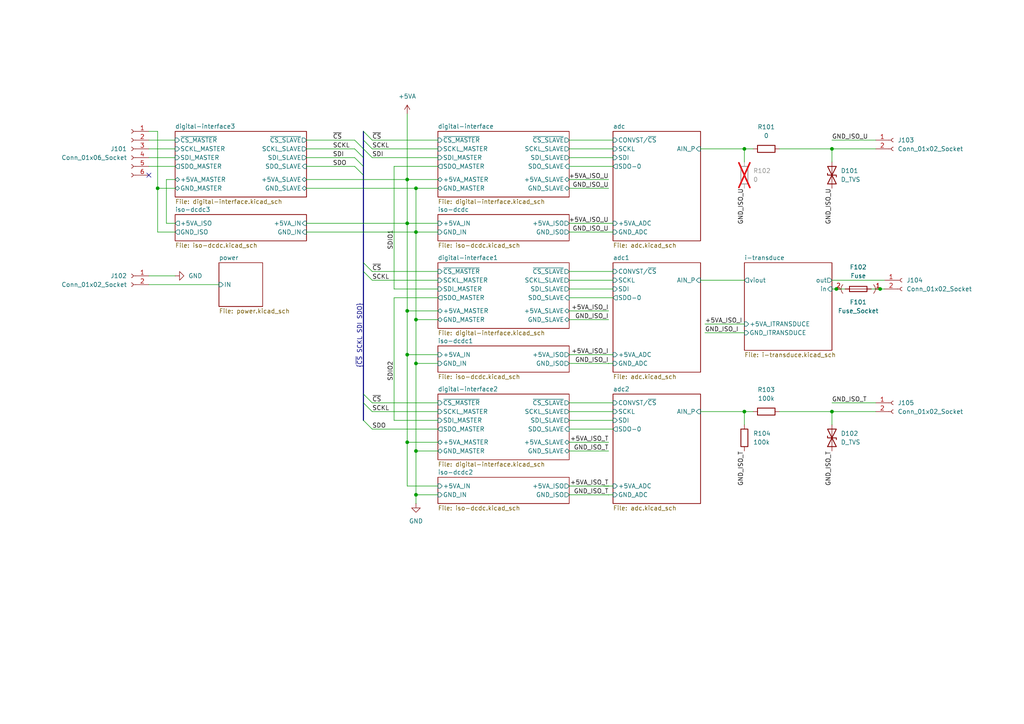
<source format=kicad_sch>
(kicad_sch
	(version 20231120)
	(generator "eeschema")
	(generator_version "8.0")
	(uuid "f710e4da-f895-4fe1-9122-3234febe82c7")
	(paper "A4")
	(title_block
		(title "Measurement")
		(date "2025-03-06")
		(rev "2.0.0")
		(company "Open Battery Tester")
		(comment 1 "Overview")
	)
	(lib_symbols
		(symbol "Fuse_Socket_1"
			(pin_names
				(offset 0)
			)
			(exclude_from_sim no)
			(in_bom yes)
			(on_board yes)
			(property "Reference" "F"
				(at -0.508 0 90)
				(effects
					(font
						(size 1.27 1.27)
					)
				)
			)
			(property "Value" "Fuse_Socket"
				(at -2.54 0 90)
				(effects
					(font
						(size 1.27 1.27)
					)
				)
			)
			(property "Footprint" ""
				(at -1.778 0 90)
				(effects
					(font
						(size 1.27 1.27)
					)
					(hide yes)
				)
			)
			(property "Datasheet" "~"
				(at -2.54 0 0)
				(effects
					(font
						(size 1.27 1.27)
					)
					(hide yes)
				)
			)
			(property "Description" "Fuse"
				(at 0 0 0)
				(effects
					(font
						(size 1.27 1.27)
					)
					(hide yes)
				)
			)
			(property "ki_keywords" "fuse socket"
				(at 0 0 0)
				(effects
					(font
						(size 1.27 1.27)
					)
					(hide yes)
				)
			)
			(property "ki_fp_filters" "*Fuse*"
				(at 0 0 0)
				(effects
					(font
						(size 1.27 1.27)
					)
					(hide yes)
				)
			)
			(symbol "Fuse_Socket_1_0_1"
				(arc
					(start -1.27 -4.445)
					(mid 0 -4.9711)
					(end 1.27 -4.445)
					(stroke
						(width 0)
						(type default)
					)
					(fill
						(type none)
					)
				)
				(arc
					(start 1.27 4.4448)
					(mid 0 4.9709)
					(end -1.27 4.4448)
					(stroke
						(width 0)
						(type default)
					)
					(fill
						(type none)
					)
				)
			)
			(symbol "Fuse_Socket_1_1_1"
				(pin passive line
					(at 0 6.35 270)
					(length 1.27)
					(name "~"
						(effects
							(font
								(size 1.27 1.27)
							)
						)
					)
					(number "1"
						(effects
							(font
								(size 1.27 1.27)
							)
						)
					)
				)
				(pin passive line
					(at 0 -6.35 90)
					(length 1.27)
					(name "~"
						(effects
							(font
								(size 1.27 1.27)
							)
						)
					)
					(number "2"
						(effects
							(font
								(size 1.27 1.27)
							)
						)
					)
				)
			)
		)
		(symbol "meas:+5VA"
			(power)
			(pin_numbers hide)
			(pin_names
				(offset 0) hide)
			(exclude_from_sim no)
			(in_bom yes)
			(on_board yes)
			(property "Reference" "#PWR"
				(at 0 -3.81 0)
				(effects
					(font
						(size 1.27 1.27)
					)
					(hide yes)
				)
			)
			(property "Value" "+5VA"
				(at 0 3.556 0)
				(effects
					(font
						(size 1.27 1.27)
					)
				)
			)
			(property "Footprint" ""
				(at 0 0 0)
				(effects
					(font
						(size 1.27 1.27)
					)
					(hide yes)
				)
			)
			(property "Datasheet" ""
				(at 0 0 0)
				(effects
					(font
						(size 1.27 1.27)
					)
					(hide yes)
				)
			)
			(property "Description" "Power symbol creates a global label with name \"+5VA\""
				(at 0 0 0)
				(effects
					(font
						(size 1.27 1.27)
					)
					(hide yes)
				)
			)
			(property "ki_keywords" "global power"
				(at 0 0 0)
				(effects
					(font
						(size 1.27 1.27)
					)
					(hide yes)
				)
			)
			(symbol "+5VA_0_1"
				(polyline
					(pts
						(xy -0.762 1.27) (xy 0 2.54)
					)
					(stroke
						(width 0)
						(type default)
					)
					(fill
						(type none)
					)
				)
				(polyline
					(pts
						(xy 0 0) (xy 0 2.54)
					)
					(stroke
						(width 0)
						(type default)
					)
					(fill
						(type none)
					)
				)
				(polyline
					(pts
						(xy 0 2.54) (xy 0.762 1.27)
					)
					(stroke
						(width 0)
						(type default)
					)
					(fill
						(type none)
					)
				)
			)
			(symbol "+5VA_1_1"
				(pin power_in line
					(at 0 0 90)
					(length 0)
					(name "~"
						(effects
							(font
								(size 1.27 1.27)
							)
						)
					)
					(number "1"
						(effects
							(font
								(size 1.27 1.27)
							)
						)
					)
				)
			)
		)
		(symbol "meas:Conn_01x02_Socket"
			(pin_names
				(offset 1.016) hide)
			(exclude_from_sim no)
			(in_bom yes)
			(on_board yes)
			(property "Reference" "J"
				(at 0 2.54 0)
				(effects
					(font
						(size 1.27 1.27)
					)
				)
			)
			(property "Value" "Conn_01x02_Socket"
				(at 0 -5.08 0)
				(effects
					(font
						(size 1.27 1.27)
					)
				)
			)
			(property "Footprint" ""
				(at 0 0 0)
				(effects
					(font
						(size 1.27 1.27)
					)
					(hide yes)
				)
			)
			(property "Datasheet" "~"
				(at 0 0 0)
				(effects
					(font
						(size 1.27 1.27)
					)
					(hide yes)
				)
			)
			(property "Description" "Generic connector, single row, 01x02, script generated"
				(at 0 0 0)
				(effects
					(font
						(size 1.27 1.27)
					)
					(hide yes)
				)
			)
			(property "ki_locked" ""
				(at 0 0 0)
				(effects
					(font
						(size 1.27 1.27)
					)
				)
			)
			(property "ki_keywords" "connector"
				(at 0 0 0)
				(effects
					(font
						(size 1.27 1.27)
					)
					(hide yes)
				)
			)
			(property "ki_fp_filters" "Connector*:*_1x??_*"
				(at 0 0 0)
				(effects
					(font
						(size 1.27 1.27)
					)
					(hide yes)
				)
			)
			(symbol "Conn_01x02_Socket_1_1"
				(arc
					(start 0 -2.032)
					(mid -0.5058 -2.54)
					(end 0 -3.048)
					(stroke
						(width 0.1524)
						(type default)
					)
					(fill
						(type none)
					)
				)
				(polyline
					(pts
						(xy -1.27 -2.54) (xy -0.508 -2.54)
					)
					(stroke
						(width 0.1524)
						(type default)
					)
					(fill
						(type none)
					)
				)
				(polyline
					(pts
						(xy -1.27 0) (xy -0.508 0)
					)
					(stroke
						(width 0.1524)
						(type default)
					)
					(fill
						(type none)
					)
				)
				(arc
					(start 0 0.508)
					(mid -0.5058 0)
					(end 0 -0.508)
					(stroke
						(width 0.1524)
						(type default)
					)
					(fill
						(type none)
					)
				)
				(pin passive line
					(at -5.08 0 0)
					(length 3.81)
					(name "Pin_1"
						(effects
							(font
								(size 1.27 1.27)
							)
						)
					)
					(number "1"
						(effects
							(font
								(size 1.27 1.27)
							)
						)
					)
				)
				(pin passive line
					(at -5.08 -2.54 0)
					(length 3.81)
					(name "Pin_2"
						(effects
							(font
								(size 1.27 1.27)
							)
						)
					)
					(number "2"
						(effects
							(font
								(size 1.27 1.27)
							)
						)
					)
				)
			)
		)
		(symbol "meas:Conn_01x06_Socket"
			(pin_names
				(offset 1.016) hide)
			(exclude_from_sim no)
			(in_bom yes)
			(on_board yes)
			(property "Reference" "J"
				(at 0 7.62 0)
				(effects
					(font
						(size 1.27 1.27)
					)
				)
			)
			(property "Value" "Conn_01x06_Socket"
				(at 0 -10.16 0)
				(effects
					(font
						(size 1.27 1.27)
					)
				)
			)
			(property "Footprint" ""
				(at 0 0 0)
				(effects
					(font
						(size 1.27 1.27)
					)
					(hide yes)
				)
			)
			(property "Datasheet" "~"
				(at 0 0 0)
				(effects
					(font
						(size 1.27 1.27)
					)
					(hide yes)
				)
			)
			(property "Description" "Generic connector, single row, 01x06, script generated"
				(at 0 0 0)
				(effects
					(font
						(size 1.27 1.27)
					)
					(hide yes)
				)
			)
			(property "ki_locked" ""
				(at 0 0 0)
				(effects
					(font
						(size 1.27 1.27)
					)
				)
			)
			(property "ki_keywords" "connector"
				(at 0 0 0)
				(effects
					(font
						(size 1.27 1.27)
					)
					(hide yes)
				)
			)
			(property "ki_fp_filters" "Connector*:*_1x??_*"
				(at 0 0 0)
				(effects
					(font
						(size 1.27 1.27)
					)
					(hide yes)
				)
			)
			(symbol "Conn_01x06_Socket_1_1"
				(arc
					(start 0 -7.112)
					(mid -0.5058 -7.62)
					(end 0 -8.128)
					(stroke
						(width 0.1524)
						(type default)
					)
					(fill
						(type none)
					)
				)
				(arc
					(start 0 -4.572)
					(mid -0.5058 -5.08)
					(end 0 -5.588)
					(stroke
						(width 0.1524)
						(type default)
					)
					(fill
						(type none)
					)
				)
				(arc
					(start 0 -2.032)
					(mid -0.5058 -2.54)
					(end 0 -3.048)
					(stroke
						(width 0.1524)
						(type default)
					)
					(fill
						(type none)
					)
				)
				(polyline
					(pts
						(xy -1.27 -7.62) (xy -0.508 -7.62)
					)
					(stroke
						(width 0.1524)
						(type default)
					)
					(fill
						(type none)
					)
				)
				(polyline
					(pts
						(xy -1.27 -5.08) (xy -0.508 -5.08)
					)
					(stroke
						(width 0.1524)
						(type default)
					)
					(fill
						(type none)
					)
				)
				(polyline
					(pts
						(xy -1.27 -2.54) (xy -0.508 -2.54)
					)
					(stroke
						(width 0.1524)
						(type default)
					)
					(fill
						(type none)
					)
				)
				(polyline
					(pts
						(xy -1.27 0) (xy -0.508 0)
					)
					(stroke
						(width 0.1524)
						(type default)
					)
					(fill
						(type none)
					)
				)
				(polyline
					(pts
						(xy -1.27 2.54) (xy -0.508 2.54)
					)
					(stroke
						(width 0.1524)
						(type default)
					)
					(fill
						(type none)
					)
				)
				(polyline
					(pts
						(xy -1.27 5.08) (xy -0.508 5.08)
					)
					(stroke
						(width 0.1524)
						(type default)
					)
					(fill
						(type none)
					)
				)
				(arc
					(start 0 0.508)
					(mid -0.5058 0)
					(end 0 -0.508)
					(stroke
						(width 0.1524)
						(type default)
					)
					(fill
						(type none)
					)
				)
				(arc
					(start 0 3.048)
					(mid -0.5058 2.54)
					(end 0 2.032)
					(stroke
						(width 0.1524)
						(type default)
					)
					(fill
						(type none)
					)
				)
				(arc
					(start 0 5.588)
					(mid -0.5058 5.08)
					(end 0 4.572)
					(stroke
						(width 0.1524)
						(type default)
					)
					(fill
						(type none)
					)
				)
				(pin passive line
					(at -5.08 5.08 0)
					(length 3.81)
					(name "Pin_1"
						(effects
							(font
								(size 1.27 1.27)
							)
						)
					)
					(number "1"
						(effects
							(font
								(size 1.27 1.27)
							)
						)
					)
				)
				(pin passive line
					(at -5.08 2.54 0)
					(length 3.81)
					(name "Pin_2"
						(effects
							(font
								(size 1.27 1.27)
							)
						)
					)
					(number "2"
						(effects
							(font
								(size 1.27 1.27)
							)
						)
					)
				)
				(pin passive line
					(at -5.08 0 0)
					(length 3.81)
					(name "Pin_3"
						(effects
							(font
								(size 1.27 1.27)
							)
						)
					)
					(number "3"
						(effects
							(font
								(size 1.27 1.27)
							)
						)
					)
				)
				(pin passive line
					(at -5.08 -2.54 0)
					(length 3.81)
					(name "Pin_4"
						(effects
							(font
								(size 1.27 1.27)
							)
						)
					)
					(number "4"
						(effects
							(font
								(size 1.27 1.27)
							)
						)
					)
				)
				(pin passive line
					(at -5.08 -5.08 0)
					(length 3.81)
					(name "Pin_5"
						(effects
							(font
								(size 1.27 1.27)
							)
						)
					)
					(number "5"
						(effects
							(font
								(size 1.27 1.27)
							)
						)
					)
				)
				(pin passive line
					(at -5.08 -7.62 0)
					(length 3.81)
					(name "Pin_6"
						(effects
							(font
								(size 1.27 1.27)
							)
						)
					)
					(number "6"
						(effects
							(font
								(size 1.27 1.27)
							)
						)
					)
				)
			)
		)
		(symbol "meas:D_TVS"
			(pin_numbers hide)
			(pin_names
				(offset 1.016) hide)
			(exclude_from_sim no)
			(in_bom yes)
			(on_board yes)
			(property "Reference" "D"
				(at 0 2.54 0)
				(effects
					(font
						(size 1.27 1.27)
					)
				)
			)
			(property "Value" "D_TVS"
				(at 0 -2.54 0)
				(effects
					(font
						(size 1.27 1.27)
					)
				)
			)
			(property "Footprint" ""
				(at 0 0 0)
				(effects
					(font
						(size 1.27 1.27)
					)
					(hide yes)
				)
			)
			(property "Datasheet" "~"
				(at 0 0 0)
				(effects
					(font
						(size 1.27 1.27)
					)
					(hide yes)
				)
			)
			(property "Description" "Bidirectional transient-voltage-suppression diode"
				(at 0 0 0)
				(effects
					(font
						(size 1.27 1.27)
					)
					(hide yes)
				)
			)
			(property "ki_keywords" "diode TVS thyrector"
				(at 0 0 0)
				(effects
					(font
						(size 1.27 1.27)
					)
					(hide yes)
				)
			)
			(property "ki_fp_filters" "TO-???* *_Diode_* *SingleDiode* D_*"
				(at 0 0 0)
				(effects
					(font
						(size 1.27 1.27)
					)
					(hide yes)
				)
			)
			(symbol "D_TVS_0_1"
				(polyline
					(pts
						(xy 1.27 0) (xy -1.27 0)
					)
					(stroke
						(width 0)
						(type default)
					)
					(fill
						(type none)
					)
				)
				(polyline
					(pts
						(xy 0.508 1.27) (xy 0 1.27) (xy 0 -1.27) (xy -0.508 -1.27)
					)
					(stroke
						(width 0.254)
						(type default)
					)
					(fill
						(type none)
					)
				)
				(polyline
					(pts
						(xy -2.54 1.27) (xy -2.54 -1.27) (xy 2.54 1.27) (xy 2.54 -1.27) (xy -2.54 1.27)
					)
					(stroke
						(width 0.254)
						(type default)
					)
					(fill
						(type none)
					)
				)
			)
			(symbol "D_TVS_1_1"
				(pin passive line
					(at -3.81 0 0)
					(length 2.54)
					(name "A1"
						(effects
							(font
								(size 1.27 1.27)
							)
						)
					)
					(number "1"
						(effects
							(font
								(size 1.27 1.27)
							)
						)
					)
				)
				(pin passive line
					(at 3.81 0 180)
					(length 2.54)
					(name "A2"
						(effects
							(font
								(size 1.27 1.27)
							)
						)
					)
					(number "2"
						(effects
							(font
								(size 1.27 1.27)
							)
						)
					)
				)
			)
		)
		(symbol "meas:Fuse"
			(pin_numbers hide)
			(pin_names
				(offset 0)
			)
			(exclude_from_sim no)
			(in_bom yes)
			(on_board yes)
			(property "Reference" "F"
				(at 2.032 0 90)
				(effects
					(font
						(size 1.27 1.27)
					)
				)
			)
			(property "Value" "Fuse"
				(at -1.905 0 90)
				(effects
					(font
						(size 1.27 1.27)
					)
				)
			)
			(property "Footprint" ""
				(at -1.778 0 90)
				(effects
					(font
						(size 1.27 1.27)
					)
					(hide yes)
				)
			)
			(property "Datasheet" "~"
				(at 0 0 0)
				(effects
					(font
						(size 1.27 1.27)
					)
					(hide yes)
				)
			)
			(property "Description" "Fuse"
				(at 0 0 0)
				(effects
					(font
						(size 1.27 1.27)
					)
					(hide yes)
				)
			)
			(property "ki_keywords" "fuse"
				(at 0 0 0)
				(effects
					(font
						(size 1.27 1.27)
					)
					(hide yes)
				)
			)
			(property "ki_fp_filters" "*Fuse*"
				(at 0 0 0)
				(effects
					(font
						(size 1.27 1.27)
					)
					(hide yes)
				)
			)
			(symbol "Fuse_0_1"
				(rectangle
					(start -0.762 -2.54)
					(end 0.762 2.54)
					(stroke
						(width 0.254)
						(type default)
					)
					(fill
						(type none)
					)
				)
				(polyline
					(pts
						(xy 0 2.54) (xy 0 -2.54)
					)
					(stroke
						(width 0)
						(type default)
					)
					(fill
						(type none)
					)
				)
			)
			(symbol "Fuse_1_1"
				(pin passive line
					(at 0 3.81 270)
					(length 1.27)
					(name "~"
						(effects
							(font
								(size 1.27 1.27)
							)
						)
					)
					(number "1"
						(effects
							(font
								(size 1.27 1.27)
							)
						)
					)
				)
				(pin passive line
					(at 0 -3.81 90)
					(length 1.27)
					(name "~"
						(effects
							(font
								(size 1.27 1.27)
							)
						)
					)
					(number "2"
						(effects
							(font
								(size 1.27 1.27)
							)
						)
					)
				)
			)
		)
		(symbol "meas:GND"
			(power)
			(pin_numbers hide)
			(pin_names
				(offset 0) hide)
			(exclude_from_sim no)
			(in_bom yes)
			(on_board yes)
			(property "Reference" "#PWR"
				(at 0 -6.35 0)
				(effects
					(font
						(size 1.27 1.27)
					)
					(hide yes)
				)
			)
			(property "Value" "GND"
				(at 0 -3.81 0)
				(effects
					(font
						(size 1.27 1.27)
					)
				)
			)
			(property "Footprint" ""
				(at 0 0 0)
				(effects
					(font
						(size 1.27 1.27)
					)
					(hide yes)
				)
			)
			(property "Datasheet" ""
				(at 0 0 0)
				(effects
					(font
						(size 1.27 1.27)
					)
					(hide yes)
				)
			)
			(property "Description" "Power symbol creates a global label with name \"GND\" , ground"
				(at 0 0 0)
				(effects
					(font
						(size 1.27 1.27)
					)
					(hide yes)
				)
			)
			(property "ki_keywords" "global power"
				(at 0 0 0)
				(effects
					(font
						(size 1.27 1.27)
					)
					(hide yes)
				)
			)
			(symbol "GND_0_1"
				(polyline
					(pts
						(xy 0 0) (xy 0 -1.27) (xy 1.27 -1.27) (xy 0 -2.54) (xy -1.27 -1.27) (xy 0 -1.27)
					)
					(stroke
						(width 0)
						(type default)
					)
					(fill
						(type none)
					)
				)
			)
			(symbol "GND_1_1"
				(pin power_in line
					(at 0 0 270)
					(length 0)
					(name "~"
						(effects
							(font
								(size 1.27 1.27)
							)
						)
					)
					(number "1"
						(effects
							(font
								(size 1.27 1.27)
							)
						)
					)
				)
			)
		)
		(symbol "meas:R"
			(pin_numbers hide)
			(pin_names
				(offset 0)
			)
			(exclude_from_sim no)
			(in_bom yes)
			(on_board yes)
			(property "Reference" "R"
				(at 2.032 0 90)
				(effects
					(font
						(size 1.27 1.27)
					)
				)
			)
			(property "Value" "R"
				(at 0 0 90)
				(effects
					(font
						(size 1.27 1.27)
					)
				)
			)
			(property "Footprint" ""
				(at -1.778 0 90)
				(effects
					(font
						(size 1.27 1.27)
					)
					(hide yes)
				)
			)
			(property "Datasheet" "~"
				(at 0 0 0)
				(effects
					(font
						(size 1.27 1.27)
					)
					(hide yes)
				)
			)
			(property "Description" "Resistor"
				(at 0 0 0)
				(effects
					(font
						(size 1.27 1.27)
					)
					(hide yes)
				)
			)
			(property "ki_keywords" "R res resistor"
				(at 0 0 0)
				(effects
					(font
						(size 1.27 1.27)
					)
					(hide yes)
				)
			)
			(property "ki_fp_filters" "R_*"
				(at 0 0 0)
				(effects
					(font
						(size 1.27 1.27)
					)
					(hide yes)
				)
			)
			(symbol "R_0_1"
				(rectangle
					(start -1.016 -2.54)
					(end 1.016 2.54)
					(stroke
						(width 0.254)
						(type default)
					)
					(fill
						(type none)
					)
				)
			)
			(symbol "R_1_1"
				(pin passive line
					(at 0 3.81 270)
					(length 1.27)
					(name "~"
						(effects
							(font
								(size 1.27 1.27)
							)
						)
					)
					(number "1"
						(effects
							(font
								(size 1.27 1.27)
							)
						)
					)
				)
				(pin passive line
					(at 0 -3.81 90)
					(length 1.27)
					(name "~"
						(effects
							(font
								(size 1.27 1.27)
							)
						)
					)
					(number "2"
						(effects
							(font
								(size 1.27 1.27)
							)
						)
					)
				)
			)
		)
	)
	(junction
		(at 118.11 52.07)
		(diameter 0)
		(color 0 0 0 0)
		(uuid "00ea3d8e-a4f2-486c-9e6c-5c8e8ec11627")
	)
	(junction
		(at 118.11 90.17)
		(diameter 0)
		(color 0 0 0 0)
		(uuid "07850a14-9263-452f-b157-1c66172d7b61")
	)
	(junction
		(at 120.65 67.31)
		(diameter 0)
		(color 0 0 0 0)
		(uuid "2c71da2f-e751-4139-a9f6-28d5f743ebf8")
	)
	(junction
		(at 242.57 83.82)
		(diameter 0)
		(color 0 0 0 0)
		(uuid "3904e109-8974-4846-9f09-c5f486c40765")
	)
	(junction
		(at 255.27 83.82)
		(diameter 0)
		(color 0 0 0 0)
		(uuid "3c66b74f-bf08-4dde-b18d-443ff1b71618")
	)
	(junction
		(at 120.65 92.71)
		(diameter 0)
		(color 0 0 0 0)
		(uuid "40b0b839-aa14-4967-9d0a-90b98120d375")
	)
	(junction
		(at 45.72 54.61)
		(diameter 0)
		(color 0 0 0 0)
		(uuid "4d5d31dd-33e2-41fe-a7ed-08d98a123b62")
	)
	(junction
		(at 120.65 54.61)
		(diameter 0)
		(color 0 0 0 0)
		(uuid "6616da11-ab4d-487e-b542-8f96bab9b1b5")
	)
	(junction
		(at 118.11 128.27)
		(diameter 0)
		(color 0 0 0 0)
		(uuid "885549c4-9526-49c8-859e-f50c9617297d")
	)
	(junction
		(at 120.65 105.41)
		(diameter 0)
		(color 0 0 0 0)
		(uuid "8bab43fd-f4f2-49e6-a433-2101e0937e76")
	)
	(junction
		(at 120.65 143.51)
		(diameter 0)
		(color 0 0 0 0)
		(uuid "984b9d53-60f5-4cf2-a7d6-2d9ec784e1b6")
	)
	(junction
		(at 118.11 102.87)
		(diameter 0)
		(color 0 0 0 0)
		(uuid "b629d562-2b32-4956-87ef-5941ee472450")
	)
	(junction
		(at 118.11 64.77)
		(diameter 0)
		(color 0 0 0 0)
		(uuid "bba23c76-f0a7-4da7-9c57-7b6240f37a24")
	)
	(junction
		(at 215.9 119.38)
		(diameter 0)
		(color 0 0 0 0)
		(uuid "c09edbe6-894f-4a3f-978f-05b05e7e022a")
	)
	(junction
		(at 215.9 43.18)
		(diameter 0)
		(color 0 0 0 0)
		(uuid "d501b75e-e660-46bf-bf5b-b45c1d997a99")
	)
	(junction
		(at 120.65 130.81)
		(diameter 0)
		(color 0 0 0 0)
		(uuid "dc047279-e1bc-4b96-9291-b615455f0899")
	)
	(junction
		(at 241.3 119.38)
		(diameter 0)
		(color 0 0 0 0)
		(uuid "f2b4fb68-b8a0-4d82-bc41-8f516854425a")
	)
	(junction
		(at 241.3 43.18)
		(diameter 0)
		(color 0 0 0 0)
		(uuid "f323d5c9-ad10-41e5-baec-f628a989c9eb")
	)
	(no_connect
		(at 43.18 50.8)
		(uuid "7b72e39e-ba53-4c7f-b493-75cefd193166")
	)
	(bus_entry
		(at 105.41 121.92)
		(size 2.54 2.54)
		(stroke
			(width 0)
			(type default)
		)
		(uuid "1270c3ec-3195-4705-a01d-063dad199e06")
	)
	(bus_entry
		(at 105.41 40.64)
		(size 2.54 2.54)
		(stroke
			(width 0)
			(type default)
		)
		(uuid "26512f2e-2540-42eb-8356-4606f8debe03")
	)
	(bus_entry
		(at 105.41 43.18)
		(size 2.54 2.54)
		(stroke
			(width 0)
			(type default)
		)
		(uuid "481e480e-7c75-4a63-8244-31347a3f8476")
	)
	(bus_entry
		(at 105.41 38.1)
		(size 2.54 2.54)
		(stroke
			(width 0)
			(type default)
		)
		(uuid "520678ac-5c14-4010-a3aa-1bb77b6d6c5c")
	)
	(bus_entry
		(at 102.87 43.18)
		(size 2.54 2.54)
		(stroke
			(width 0)
			(type default)
		)
		(uuid "77420cb7-03ec-4776-8601-15f2faa1be6a")
	)
	(bus_entry
		(at 102.87 40.64)
		(size 2.54 2.54)
		(stroke
			(width 0)
			(type default)
		)
		(uuid "97b75653-24f3-466c-8820-1b74776b79f2")
	)
	(bus_entry
		(at 105.41 114.3)
		(size 2.54 2.54)
		(stroke
			(width 0)
			(type default)
		)
		(uuid "bd92f279-5f78-45a0-8c96-9b3b78ac6fe4")
	)
	(bus_entry
		(at 105.41 76.2)
		(size 2.54 2.54)
		(stroke
			(width 0)
			(type default)
		)
		(uuid "d0977bdb-fd04-4748-a410-9bba6b589423")
	)
	(bus_entry
		(at 102.87 48.26)
		(size 2.54 2.54)
		(stroke
			(width 0)
			(type default)
		)
		(uuid "d33106d5-a7d4-414f-ac41-4634dcee62f0")
	)
	(bus_entry
		(at 102.87 45.72)
		(size 2.54 2.54)
		(stroke
			(width 0)
			(type default)
		)
		(uuid "db919ec6-b5ec-482e-af82-8ae694809687")
	)
	(bus_entry
		(at 105.41 116.84)
		(size 2.54 2.54)
		(stroke
			(width 0)
			(type default)
		)
		(uuid "f6550718-f6c4-4ccb-b461-ed11397d31ff")
	)
	(bus_entry
		(at 105.41 78.74)
		(size 2.54 2.54)
		(stroke
			(width 0)
			(type default)
		)
		(uuid "f77bade9-6828-43f9-b6f8-afe7f12f27d7")
	)
	(wire
		(pts
			(xy 114.3 121.92) (xy 127 121.92)
		)
		(stroke
			(width 0)
			(type default)
		)
		(uuid "004f7359-de6c-40d7-867a-48e06296461f")
	)
	(wire
		(pts
			(xy 118.11 102.87) (xy 127 102.87)
		)
		(stroke
			(width 0)
			(type default)
		)
		(uuid "061f48f5-0039-4160-bcd8-4b093be61d1d")
	)
	(bus
		(pts
			(xy 105.41 50.8) (xy 105.41 76.2)
		)
		(stroke
			(width 0)
			(type default)
		)
		(uuid "07090825-c1ff-4c95-9586-20188d4de182")
	)
	(wire
		(pts
			(xy 242.57 83.82) (xy 245.11 83.82)
		)
		(stroke
			(width 0)
			(type default)
		)
		(uuid "0b648ea7-a098-49b6-82f7-18e04c23452b")
	)
	(wire
		(pts
			(xy 120.65 92.71) (xy 120.65 67.31)
		)
		(stroke
			(width 0)
			(type default)
		)
		(uuid "0d2f3cdc-ab04-4912-9ad1-ec4420e4f2b4")
	)
	(wire
		(pts
			(xy 118.11 128.27) (xy 118.11 140.97)
		)
		(stroke
			(width 0)
			(type default)
		)
		(uuid "14a2cfb2-e4b4-49c5-9529-066a47a592de")
	)
	(wire
		(pts
			(xy 107.95 119.38) (xy 127 119.38)
		)
		(stroke
			(width 0)
			(type default)
		)
		(uuid "14e57804-0ddf-4f43-a30b-f7e6a8a56212")
	)
	(wire
		(pts
			(xy 176.53 105.4269) (xy 176.526 105.4269)
		)
		(stroke
			(width 0)
			(type default)
		)
		(uuid "1579a1ac-49c5-43ee-ab13-3dd97d2b48f3")
	)
	(wire
		(pts
			(xy 165.1 83.82) (xy 177.8 83.82)
		)
		(stroke
			(width 0)
			(type default)
		)
		(uuid "16ca9ad3-6674-4e2d-9067-b01ada3c14a8")
	)
	(wire
		(pts
			(xy 43.18 82.55) (xy 63.5 82.55)
		)
		(stroke
			(width 0)
			(type default)
		)
		(uuid "16e2b783-d279-4cbb-b955-224605e6c260")
	)
	(bus
		(pts
			(xy 105.41 43.18) (xy 105.41 45.72)
		)
		(stroke
			(width 0)
			(type default)
		)
		(uuid "19522476-1802-4d7d-9e30-ac43ec4a3d14")
	)
	(wire
		(pts
			(xy 50.8 64.77) (xy 48.26 64.77)
		)
		(stroke
			(width 0)
			(type default)
		)
		(uuid "19f66cb6-7909-44e5-a50b-db73f5725dc6")
	)
	(wire
		(pts
			(xy 120.65 54.61) (xy 120.65 67.31)
		)
		(stroke
			(width 0)
			(type default)
		)
		(uuid "1b8d0cae-6d8c-4934-bf09-30057f7d9d72")
	)
	(wire
		(pts
			(xy 241.3 119.38) (xy 241.3 123.19)
		)
		(stroke
			(width 0)
			(type default)
		)
		(uuid "1e34984a-9b73-4d80-ace0-36bf83b91ac3")
	)
	(wire
		(pts
			(xy 204.47 96.52) (xy 215.9 96.52)
		)
		(stroke
			(width 0)
			(type default)
		)
		(uuid "1e783b8a-a023-4e36-a8a1-9d044e869154")
	)
	(wire
		(pts
			(xy 176.53 140.97) (xy 176.53 140.9895)
		)
		(stroke
			(width 0)
			(type default)
		)
		(uuid "1ee07b29-8842-4ba6-a006-a5b1f3bc23c9")
	)
	(wire
		(pts
			(xy 165.1 121.92) (xy 177.8 121.92)
		)
		(stroke
			(width 0)
			(type default)
		)
		(uuid "209126da-d12a-47c5-b9fa-18c42ef4d33e")
	)
	(wire
		(pts
			(xy 120.65 105.41) (xy 127 105.41)
		)
		(stroke
			(width 0)
			(type default)
		)
		(uuid "2206267c-14cd-4d55-8132-705b8d8a6d68")
	)
	(wire
		(pts
			(xy 165.1 119.38) (xy 177.8 119.38)
		)
		(stroke
			(width 0)
			(type default)
		)
		(uuid "247b6134-93ba-4663-9e41-48071e18614e")
	)
	(wire
		(pts
			(xy 45.72 38.1) (xy 43.18 38.1)
		)
		(stroke
			(width 0)
			(type default)
		)
		(uuid "254455a3-dd4b-457b-b31f-1fe9ddfdc6cc")
	)
	(wire
		(pts
			(xy 241.3 81.28) (xy 256.54 81.28)
		)
		(stroke
			(width 0)
			(type default)
		)
		(uuid "2568b0d3-d031-4d06-9ff2-d1aa44473441")
	)
	(wire
		(pts
			(xy 118.11 52.07) (xy 118.11 64.77)
		)
		(stroke
			(width 0)
			(type default)
		)
		(uuid "27704860-a32b-40d7-b2fd-2a904fc02c14")
	)
	(wire
		(pts
			(xy 165.1 67.31) (xy 177.8 67.31)
		)
		(stroke
			(width 0)
			(type default)
		)
		(uuid "27d5411d-9c2f-44bc-a008-4acc3621ba31")
	)
	(wire
		(pts
			(xy 107.95 78.74) (xy 127 78.74)
		)
		(stroke
			(width 0)
			(type default)
		)
		(uuid "3090a02c-fd41-4ee8-90bd-b12b7d77872c")
	)
	(wire
		(pts
			(xy 118.11 33.02) (xy 118.11 52.07)
		)
		(stroke
			(width 0)
			(type default)
		)
		(uuid "362e5f14-52fb-41f4-91c3-53859273e6fe")
	)
	(wire
		(pts
			(xy 176.53 140.9895) (xy 175.1037 140.9895)
		)
		(stroke
			(width 0)
			(type default)
		)
		(uuid "3a3f52bf-dc51-4850-8237-fee52441e9c3")
	)
	(wire
		(pts
			(xy 165.1 54.61) (xy 176.53 54.61)
		)
		(stroke
			(width 0)
			(type default)
		)
		(uuid "3b02f9e6-8a9a-40ff-85d5-83e4e99a592c")
	)
	(bus
		(pts
			(xy 105.41 76.2) (xy 105.41 78.74)
		)
		(stroke
			(width 0)
			(type default)
		)
		(uuid "3cbca6f6-325e-43ca-bf7e-f54ead9804e9")
	)
	(wire
		(pts
			(xy 114.3 83.82) (xy 127 83.82)
		)
		(stroke
			(width 0)
			(type default)
		)
		(uuid "3d00695a-6f1e-418e-99fa-10e4c7e367f1")
	)
	(wire
		(pts
			(xy 215.9 119.38) (xy 218.44 119.38)
		)
		(stroke
			(width 0)
			(type default)
		)
		(uuid "3e0678de-70f7-4bd5-835f-843ccbf3478e")
	)
	(wire
		(pts
			(xy 241.3 116.84) (xy 254 116.84)
		)
		(stroke
			(width 0)
			(type default)
		)
		(uuid "3fb575c7-e3f7-45de-97ba-35a4e10acd20")
	)
	(wire
		(pts
			(xy 165.1 116.84) (xy 177.8 116.84)
		)
		(stroke
			(width 0)
			(type default)
		)
		(uuid "40fee695-7762-42a8-b6ef-4929058c824b")
	)
	(wire
		(pts
			(xy 165.1 64.77) (xy 177.8 64.77)
		)
		(stroke
			(width 0)
			(type default)
		)
		(uuid "41085554-60d6-46aa-a637-5863588e1add")
	)
	(wire
		(pts
			(xy 88.9 48.26) (xy 102.87 48.26)
		)
		(stroke
			(width 0)
			(type default)
		)
		(uuid "42681b54-b766-4bd9-9e4b-47c92f518703")
	)
	(wire
		(pts
			(xy 256.54 83.82) (xy 255.27 83.82)
		)
		(stroke
			(width 0)
			(type default)
		)
		(uuid "43e94ba1-bf88-4881-a19f-7538bb5a217e")
	)
	(wire
		(pts
			(xy 45.72 54.61) (xy 45.72 67.31)
		)
		(stroke
			(width 0)
			(type default)
		)
		(uuid "4993ced8-53ce-4854-961e-cd7393e3d62b")
	)
	(wire
		(pts
			(xy 88.9 45.72) (xy 102.87 45.72)
		)
		(stroke
			(width 0)
			(type default)
		)
		(uuid "4d631d68-b833-489a-9bbb-9c2fc570a687")
	)
	(wire
		(pts
			(xy 241.3 43.18) (xy 254 43.18)
		)
		(stroke
			(width 0)
			(type default)
		)
		(uuid "50885b2a-d826-49de-8dbe-26ae62a04111")
	)
	(wire
		(pts
			(xy 215.9 43.18) (xy 215.9 46.99)
		)
		(stroke
			(width 0)
			(type default)
		)
		(uuid "51cc02d6-38aa-4827-8969-3627a566878a")
	)
	(wire
		(pts
			(xy 165.1 40.64) (xy 177.8 40.64)
		)
		(stroke
			(width 0)
			(type default)
		)
		(uuid "531b5303-2804-4001-bcbd-3637a508eab3")
	)
	(wire
		(pts
			(xy 226.06 119.38) (xy 241.3 119.38)
		)
		(stroke
			(width 0)
			(type default)
		)
		(uuid "5333f00e-8adb-4c89-a8c8-05210a6bf7d1")
	)
	(wire
		(pts
			(xy 176.526 105.4269) (xy 177.8 105.41)
		)
		(stroke
			(width 0)
			(type default)
		)
		(uuid "538dac68-973c-4a16-bede-40f3984ff5c1")
	)
	(wire
		(pts
			(xy 48.26 64.77) (xy 48.26 52.07)
		)
		(stroke
			(width 0)
			(type default)
		)
		(uuid "548e18e6-6975-4464-a24c-fc87eac4c9d9")
	)
	(bus
		(pts
			(xy 105.41 116.84) (xy 105.41 121.92)
		)
		(stroke
			(width 0)
			(type default)
		)
		(uuid "55b06e9c-5996-43f4-8d61-2b8aa0447d8d")
	)
	(wire
		(pts
			(xy 88.9 54.61) (xy 120.65 54.61)
		)
		(stroke
			(width 0)
			(type default)
		)
		(uuid "56da6822-2fc9-40fc-b78a-db2c61db807c")
	)
	(wire
		(pts
			(xy 88.9 52.07) (xy 118.11 52.07)
		)
		(stroke
			(width 0)
			(type default)
		)
		(uuid "60515daa-79ba-4cd8-ba61-9285ca637829")
	)
	(wire
		(pts
			(xy 118.11 140.97) (xy 127 140.97)
		)
		(stroke
			(width 0)
			(type default)
		)
		(uuid "62141dc2-c5d1-4892-866e-7f66e8aaea15")
	)
	(wire
		(pts
			(xy 118.11 102.87) (xy 118.11 128.27)
		)
		(stroke
			(width 0)
			(type default)
		)
		(uuid "63692ab2-01d4-4245-b153-c6143da8b674")
	)
	(wire
		(pts
			(xy 165.1 102.87) (xy 177.8 102.87)
		)
		(stroke
			(width 0)
			(type default)
		)
		(uuid "67d510e3-d8bd-42c5-825e-e92d81aa8c1f")
	)
	(wire
		(pts
			(xy 120.65 92.71) (xy 127 92.71)
		)
		(stroke
			(width 0)
			(type default)
		)
		(uuid "69df9006-1436-4bb1-8861-c8ef2146683f")
	)
	(wire
		(pts
			(xy 165.1 128.27) (xy 176.53 128.27)
		)
		(stroke
			(width 0)
			(type default)
		)
		(uuid "6d902fa6-2c64-40eb-b46a-ef9c93f3999f")
	)
	(wire
		(pts
			(xy 114.3 48.26) (xy 114.3 83.82)
		)
		(stroke
			(width 0)
			(type default)
		)
		(uuid "71797e2c-d454-4342-8f80-c067020093af")
	)
	(wire
		(pts
			(xy 118.11 52.07) (xy 127 52.07)
		)
		(stroke
			(width 0)
			(type default)
		)
		(uuid "72bb9988-111a-42dd-ba8f-b6ffcec6cd8c")
	)
	(wire
		(pts
			(xy 114.3 86.36) (xy 127 86.36)
		)
		(stroke
			(width 0)
			(type default)
		)
		(uuid "72febdde-47d7-4f9b-be65-b45f9f401ed5")
	)
	(wire
		(pts
			(xy 120.65 130.81) (xy 120.65 143.51)
		)
		(stroke
			(width 0)
			(type default)
		)
		(uuid "78b7900f-236d-4b70-825d-6b2ab96c0dd1")
	)
	(wire
		(pts
			(xy 165.1 90.17) (xy 176.53 90.17)
		)
		(stroke
			(width 0)
			(type default)
		)
		(uuid "79c9ae76-7a8d-448b-b8bc-579387c804aa")
	)
	(wire
		(pts
			(xy 165.1 78.74) (xy 177.8 78.74)
		)
		(stroke
			(width 0)
			(type default)
		)
		(uuid "7d905771-0f2b-4026-a146-ce1b13780547")
	)
	(wire
		(pts
			(xy 120.65 130.81) (xy 127 130.81)
		)
		(stroke
			(width 0)
			(type default)
		)
		(uuid "7dde8085-61fe-4127-aba8-3b837cbbf877")
	)
	(wire
		(pts
			(xy 176.53 143.5255) (xy 176.3906 143.5255)
		)
		(stroke
			(width 0)
			(type default)
		)
		(uuid "7e02cf3b-9123-4c9d-a983-2f9a717b6512")
	)
	(wire
		(pts
			(xy 88.9 64.77) (xy 118.11 64.77)
		)
		(stroke
			(width 0)
			(type default)
		)
		(uuid "842c61ba-84a7-4a65-b682-a5db2171156f")
	)
	(wire
		(pts
			(xy 107.95 45.72) (xy 127 45.72)
		)
		(stroke
			(width 0)
			(type default)
		)
		(uuid "87b7a5a8-7ccb-4aa6-8089-ba67567e922f")
	)
	(wire
		(pts
			(xy 165.1 124.46) (xy 177.8 124.46)
		)
		(stroke
			(width 0)
			(type default)
		)
		(uuid "89f0d5fb-b4d2-4068-a1cd-454fd6c71cf4")
	)
	(wire
		(pts
			(xy 43.18 45.72) (xy 50.8 45.72)
		)
		(stroke
			(width 0)
			(type default)
		)
		(uuid "8cbc1c84-0d7b-42e4-8a69-586dc96c71eb")
	)
	(wire
		(pts
			(xy 165.1 52.07) (xy 176.53 52.07)
		)
		(stroke
			(width 0)
			(type default)
		)
		(uuid "8d639a66-f121-4665-ba72-6e1cb99f2a78")
	)
	(wire
		(pts
			(xy 43.18 48.26) (xy 50.8 48.26)
		)
		(stroke
			(width 0)
			(type default)
		)
		(uuid "8d9cba18-221c-4b81-b3f0-48676f99e1f4")
	)
	(wire
		(pts
			(xy 107.95 81.28) (xy 127 81.28)
		)
		(stroke
			(width 0)
			(type default)
		)
		(uuid "8f6421e6-113c-47fe-aaed-7a7e6a821515")
	)
	(wire
		(pts
			(xy 118.11 64.77) (xy 127 64.77)
		)
		(stroke
			(width 0)
			(type default)
		)
		(uuid "906954cd-ea68-467e-ab6a-98046350974b")
	)
	(wire
		(pts
			(xy 241.3 83.82) (xy 242.57 83.82)
		)
		(stroke
			(width 0)
			(type default)
		)
		(uuid "9110f413-b54e-438b-b325-95cadccd18f6")
	)
	(wire
		(pts
			(xy 165.1 86.36) (xy 177.8 86.36)
		)
		(stroke
			(width 0)
			(type default)
		)
		(uuid "925188a4-bb20-4f3a-a986-dff07f27462f")
	)
	(wire
		(pts
			(xy 45.72 38.1) (xy 45.72 54.61)
		)
		(stroke
			(width 0)
			(type default)
		)
		(uuid "92a0cacb-05e0-4817-bb6f-de314c5b62ef")
	)
	(wire
		(pts
			(xy 88.9 43.18) (xy 102.87 43.18)
		)
		(stroke
			(width 0)
			(type default)
		)
		(uuid "93c905bd-8705-44dd-aaf1-939099a8c8fb")
	)
	(bus
		(pts
			(xy 105.41 78.74) (xy 105.41 114.3)
		)
		(stroke
			(width 0)
			(type default)
		)
		(uuid "945ed94d-13fb-40cd-a208-aeac5b6c5c62")
	)
	(wire
		(pts
			(xy 120.65 92.71) (xy 120.65 105.41)
		)
		(stroke
			(width 0)
			(type default)
		)
		(uuid "96fc18fa-84f2-4c2d-be8b-7730087b0227")
	)
	(wire
		(pts
			(xy 203.2 43.18) (xy 215.9 43.18)
		)
		(stroke
			(width 0)
			(type default)
		)
		(uuid "98323133-b5bf-4caa-bfa5-f2e4d514bdf1")
	)
	(wire
		(pts
			(xy 176.53 143.51) (xy 176.53 143.5255)
		)
		(stroke
			(width 0)
			(type default)
		)
		(uuid "98fd0bda-99c0-4043-b612-8ddb15d23772")
	)
	(wire
		(pts
			(xy 241.3 40.64) (xy 254 40.64)
		)
		(stroke
			(width 0)
			(type default)
		)
		(uuid "99e41612-b8e1-480a-a124-7ce5b279269d")
	)
	(wire
		(pts
			(xy 114.3 86.36) (xy 114.3 121.92)
		)
		(stroke
			(width 0)
			(type default)
		)
		(uuid "9bb3efb6-8c41-4985-8e22-4778bd1174e8")
	)
	(wire
		(pts
			(xy 252.73 83.82) (xy 255.27 83.82)
		)
		(stroke
			(width 0)
			(type default)
		)
		(uuid "a0128c25-ef94-486c-8ba3-a9ba7da32e71")
	)
	(wire
		(pts
			(xy 203.2 119.38) (xy 215.9 119.38)
		)
		(stroke
			(width 0)
			(type default)
		)
		(uuid "a01809ca-7e74-4162-ab26-1d289fd9b44d")
	)
	(wire
		(pts
			(xy 165.1 130.81) (xy 176.53 130.81)
		)
		(stroke
			(width 0)
			(type default)
		)
		(uuid "a0ba0437-aa5e-4a1b-9bc2-0c372cd5179d")
	)
	(wire
		(pts
			(xy 107.95 40.64) (xy 127 40.64)
		)
		(stroke
			(width 0)
			(type default)
		)
		(uuid "a11f7aa9-cf6a-4e60-b657-b94549f31fbc")
	)
	(wire
		(pts
			(xy 107.95 43.18) (xy 127 43.18)
		)
		(stroke
			(width 0)
			(type default)
		)
		(uuid "a2b042aa-5308-4257-8422-a01d5c3efd0c")
	)
	(bus
		(pts
			(xy 105.41 43.18) (xy 105.41 40.64)
		)
		(stroke
			(width 0)
			(type default)
		)
		(uuid "a34f1f9a-931b-4e11-8318-401e7e1f5688")
	)
	(wire
		(pts
			(xy 120.65 54.61) (xy 127 54.61)
		)
		(stroke
			(width 0)
			(type default)
		)
		(uuid "a546468c-f945-4786-9ce9-0988bb15ed95")
	)
	(wire
		(pts
			(xy 45.72 67.31) (xy 50.8 67.31)
		)
		(stroke
			(width 0)
			(type default)
		)
		(uuid "a588cc89-3cfc-4ac4-989d-72da2491b9c3")
	)
	(wire
		(pts
			(xy 215.9 43.18) (xy 218.44 43.18)
		)
		(stroke
			(width 0)
			(type default)
		)
		(uuid "a949099d-42a4-4fbf-b426-b5b1a91632e0")
	)
	(wire
		(pts
			(xy 107.95 116.84) (xy 127 116.84)
		)
		(stroke
			(width 0)
			(type default)
		)
		(uuid "ad8d1d15-4cac-4de1-8376-257e037aee9a")
	)
	(wire
		(pts
			(xy 120.65 143.51) (xy 120.65 146.05)
		)
		(stroke
			(width 0)
			(type default)
		)
		(uuid "add789a2-2704-4c8c-b0a4-cd8a96b2b443")
	)
	(wire
		(pts
			(xy 241.3 43.18) (xy 241.3 46.99)
		)
		(stroke
			(width 0)
			(type default)
		)
		(uuid "b0c16db6-5715-4925-9d4e-6b9c5735544e")
	)
	(wire
		(pts
			(xy 88.9 67.31) (xy 120.65 67.31)
		)
		(stroke
			(width 0)
			(type default)
		)
		(uuid "b1d7e661-df4a-43ae-8fd3-4587babcaf5d")
	)
	(wire
		(pts
			(xy 114.3 48.26) (xy 127 48.26)
		)
		(stroke
			(width 0)
			(type default)
		)
		(uuid "b29119d6-b905-4644-af94-1ec9e38ffa3f")
	)
	(wire
		(pts
			(xy 43.18 40.64) (xy 50.8 40.64)
		)
		(stroke
			(width 0)
			(type default)
		)
		(uuid "b340afc3-380c-4602-90d9-3c34b0ae181a")
	)
	(wire
		(pts
			(xy 165.1 105.41) (xy 176.526 105.4269)
		)
		(stroke
			(width 0)
			(type default)
		)
		(uuid "b850934c-1827-4814-80f5-97d520e120d0")
	)
	(wire
		(pts
			(xy 165.1 140.97) (xy 175.1037 140.9895)
		)
		(stroke
			(width 0)
			(type default)
		)
		(uuid "b8cf8acd-690e-4896-a67b-d44bd158e347")
	)
	(wire
		(pts
			(xy 165.1 92.71) (xy 176.53 92.71)
		)
		(stroke
			(width 0)
			(type default)
		)
		(uuid "b9358d82-c5df-4646-bc6e-636b32720111")
	)
	(wire
		(pts
			(xy 118.11 64.77) (xy 118.11 90.17)
		)
		(stroke
			(width 0)
			(type default)
		)
		(uuid "ba1a8657-e933-4b02-9a75-fc084fc7272d")
	)
	(wire
		(pts
			(xy 165.1 81.28) (xy 177.8 81.28)
		)
		(stroke
			(width 0)
			(type default)
		)
		(uuid "bb7688bb-798b-4b9b-a446-7bc506e6c191")
	)
	(wire
		(pts
			(xy 175.1037 140.9895) (xy 177.8 140.97)
		)
		(stroke
			(width 0)
			(type default)
		)
		(uuid "bc283126-91d8-4cc1-97b4-90a1e665c3fe")
	)
	(wire
		(pts
			(xy 120.65 105.41) (xy 120.65 130.81)
		)
		(stroke
			(width 0)
			(type default)
		)
		(uuid "be603afd-ea70-45b3-a68a-1c6caf78304f")
	)
	(wire
		(pts
			(xy 118.11 128.27) (xy 127 128.27)
		)
		(stroke
			(width 0)
			(type default)
		)
		(uuid "c256d2e1-1b0a-4b74-848c-26d292558de3")
	)
	(bus
		(pts
			(xy 105.41 45.72) (xy 105.41 48.26)
		)
		(stroke
			(width 0)
			(type default)
		)
		(uuid "c25b1944-5e16-4ae4-885f-07932c8764cb")
	)
	(wire
		(pts
			(xy 45.72 54.61) (xy 50.8 54.61)
		)
		(stroke
			(width 0)
			(type default)
		)
		(uuid "c2cc095a-19be-473d-a385-2bf813d4e3e4")
	)
	(wire
		(pts
			(xy 241.3 119.38) (xy 254 119.38)
		)
		(stroke
			(width 0)
			(type default)
		)
		(uuid "c3348e42-610d-4161-8fd3-f1a7e823cb2b")
	)
	(wire
		(pts
			(xy 215.9 119.38) (xy 215.9 123.19)
		)
		(stroke
			(width 0)
			(type default)
		)
		(uuid "c5a64b71-7ca6-4c83-a8b6-78e6399dad98")
	)
	(wire
		(pts
			(xy 118.11 90.17) (xy 118.11 102.87)
		)
		(stroke
			(width 0)
			(type default)
		)
		(uuid "c8950631-b71d-45ed-b9db-3e49d73b01db")
	)
	(wire
		(pts
			(xy 165.1 143.51) (xy 176.3906 143.5255)
		)
		(stroke
			(width 0)
			(type default)
		)
		(uuid "c9666d75-aaac-44ac-aaa8-44c7eac76c11")
	)
	(wire
		(pts
			(xy 118.11 90.17) (xy 127 90.17)
		)
		(stroke
			(width 0)
			(type default)
		)
		(uuid "cb809703-8fac-4677-9247-f82bc375edd4")
	)
	(wire
		(pts
			(xy 88.9 40.64) (xy 102.87 40.64)
		)
		(stroke
			(width 0)
			(type default)
		)
		(uuid "cc23e574-d7f7-422f-9ced-49c9e936adfd")
	)
	(wire
		(pts
			(xy 43.18 43.18) (xy 50.8 43.18)
		)
		(stroke
			(width 0)
			(type default)
		)
		(uuid "cc2d79a9-38ce-46ba-bab8-2b8ea8fce293")
	)
	(wire
		(pts
			(xy 165.1 48.26) (xy 177.8 48.26)
		)
		(stroke
			(width 0)
			(type default)
		)
		(uuid "ce057635-0c31-4197-b415-c7be014a9281")
	)
	(wire
		(pts
			(xy 43.18 80.01) (xy 50.8 80.01)
		)
		(stroke
			(width 0)
			(type default)
		)
		(uuid "d0ede22a-0345-43e4-acce-84197bb95aec")
	)
	(bus
		(pts
			(xy 105.41 114.3) (xy 105.41 116.84)
		)
		(stroke
			(width 0)
			(type default)
		)
		(uuid "d8d7d50a-6fd1-4bb0-b8d3-b6ed71fe1a56")
	)
	(wire
		(pts
			(xy 165.1 45.72) (xy 177.8 45.72)
		)
		(stroke
			(width 0)
			(type default)
		)
		(uuid "d90bed75-72eb-4db6-91f0-76add1b74de4")
	)
	(wire
		(pts
			(xy 120.65 67.31) (xy 127 67.31)
		)
		(stroke
			(width 0)
			(type default)
		)
		(uuid "da2853be-9389-4d7d-a3eb-3d3ec1e11e4e")
	)
	(wire
		(pts
			(xy 165.1 43.18) (xy 177.8 43.18)
		)
		(stroke
			(width 0)
			(type default)
		)
		(uuid "e376b10e-bddf-4478-aa4b-d5ca941d90e0")
	)
	(wire
		(pts
			(xy 176.3906 143.5255) (xy 177.8 143.51)
		)
		(stroke
			(width 0)
			(type default)
		)
		(uuid "e459e769-10cc-446d-bbe1-e72c4bfe9514")
	)
	(wire
		(pts
			(xy 120.65 143.51) (xy 127 143.51)
		)
		(stroke
			(width 0)
			(type default)
		)
		(uuid "e4ba1fd4-c4d9-4a83-af34-3efc6755b7d6")
	)
	(wire
		(pts
			(xy 107.95 124.46) (xy 127 124.46)
		)
		(stroke
			(width 0)
			(type default)
		)
		(uuid "eef847e2-8958-4edb-b312-b4329834a568")
	)
	(wire
		(pts
			(xy 176.53 105.3931) (xy 176.53 105.4269)
		)
		(stroke
			(width 0)
			(type default)
		)
		(uuid "f357c44c-f589-4080-97c9-85f2f8f69e56")
	)
	(wire
		(pts
			(xy 226.06 43.18) (xy 241.3 43.18)
		)
		(stroke
			(width 0)
			(type default)
		)
		(uuid "f64e8551-fb53-4d9e-ad8a-58e722ed6272")
	)
	(bus
		(pts
			(xy 105.41 38.1) (xy 105.41 40.64)
		)
		(stroke
			(width 0)
			(type default)
		)
		(uuid "f82cf347-68e1-402d-8e69-77bbfe6a8403")
	)
	(wire
		(pts
			(xy 204.47 93.98) (xy 215.9 93.98)
		)
		(stroke
			(width 0)
			(type default)
		)
		(uuid "f8c9d53d-ff6e-427c-a4ad-b58629d67d6c")
	)
	(wire
		(pts
			(xy 48.26 52.07) (xy 50.8 52.07)
		)
		(stroke
			(width 0)
			(type default)
		)
		(uuid "f8dac38e-0cba-45ed-b481-b0df720cbcaa")
	)
	(wire
		(pts
			(xy 203.2 81.28) (xy 215.9 81.28)
		)
		(stroke
			(width 0)
			(type default)
		)
		(uuid "fc6eeb79-2c69-4bb7-8e37-d7c5036ae7a4")
	)
	(bus
		(pts
			(xy 105.41 48.26) (xy 105.41 50.8)
		)
		(stroke
			(width 0)
			(type default)
		)
		(uuid "fc7a2406-5c94-416a-9a51-64b47c4f8713")
	)
	(label "+5VA_ISO_T"
		(at 176.53 128.27 180)
		(fields_autoplaced yes)
		(effects
			(font
				(size 1.27 1.27)
			)
			(justify right bottom)
		)
		(uuid "040c72ea-09d7-45ab-95bf-715fc2a4614f")
	)
	(label "GND_ISO_U"
		(at 215.9 54.61 270)
		(fields_autoplaced yes)
		(effects
			(font
				(size 1.27 1.27)
			)
			(justify right bottom)
		)
		(uuid "153032f4-bce0-42f9-873a-dcfaae4b8c1b")
	)
	(label "SDI"
		(at 107.95 45.72 0)
		(fields_autoplaced yes)
		(effects
			(font
				(size 1.27 1.27)
			)
			(justify left bottom)
		)
		(uuid "1e78210a-aa86-48d3-84df-866376dcab0d")
	)
	(label "GND_ISO_U"
		(at 241.3 40.64 0)
		(fields_autoplaced yes)
		(effects
			(font
				(size 1.27 1.27)
			)
			(justify left bottom)
		)
		(uuid "2462446d-d4ed-40bf-82c6-2a8eaa652c8f")
	)
	(label "{~{CS} SCKL SDI SDO}"
		(at 105.41 106.68 90)
		(fields_autoplaced yes)
		(effects
			(font
				(size 1.27 1.27)
			)
			(justify left bottom)
		)
		(uuid "26aaf211-581a-4a0e-8763-f77483a48704")
	)
	(label "SDI"
		(at 96.52 45.72 0)
		(fields_autoplaced yes)
		(effects
			(font
				(size 1.27 1.27)
			)
			(justify left bottom)
		)
		(uuid "32c2df6d-a9cd-449d-a49f-ba5ffe8928dc")
	)
	(label "SDIO2"
		(at 114.3 110.49 90)
		(fields_autoplaced yes)
		(effects
			(font
				(size 1.27 1.27)
			)
			(justify left bottom)
		)
		(uuid "41620db9-92c2-4889-af8a-51fb134015d0")
	)
	(label "~{CS}"
		(at 96.52 40.64 0)
		(fields_autoplaced yes)
		(effects
			(font
				(size 1.27 1.27)
			)
			(justify left bottom)
		)
		(uuid "4533c2fb-5fcc-48b2-bfe9-ab3c1851dd43")
	)
	(label "SCKL"
		(at 107.95 119.38 0)
		(fields_autoplaced yes)
		(effects
			(font
				(size 1.27 1.27)
			)
			(justify left bottom)
		)
		(uuid "4a4dbd2b-f75f-4b9e-bba9-cd866be8d917")
	)
	(label "SDIO1"
		(at 114.3 72.39 90)
		(fields_autoplaced yes)
		(effects
			(font
				(size 1.27 1.27)
			)
			(justify left bottom)
		)
		(uuid "57dc258b-a929-4e94-ba13-0b7ceb2b080e")
	)
	(label "GND_ISO_U"
		(at 176.53 67.31 180)
		(fields_autoplaced yes)
		(effects
			(font
				(size 1.27 1.27)
			)
			(justify right bottom)
		)
		(uuid "593133ce-a336-4bc0-bf12-eed8451ccf65")
	)
	(label "+5VA_ISO_I"
		(at 176.53 90.17 180)
		(fields_autoplaced yes)
		(effects
			(font
				(size 1.27 1.27)
			)
			(justify right bottom)
		)
		(uuid "68a804eb-6223-4191-8ee4-c2d378118d34")
	)
	(label "GND_ISO_T"
		(at 215.9 130.81 270)
		(fields_autoplaced yes)
		(effects
			(font
				(size 1.27 1.27)
			)
			(justify right bottom)
		)
		(uuid "68f66d28-9919-4d09-8b5e-dc1479ededd6")
	)
	(label "GND_ISO_I"
		(at 204.47 96.52 0)
		(fields_autoplaced yes)
		(effects
			(font
				(size 1.27 1.27)
			)
			(justify left bottom)
		)
		(uuid "855d9e34-cf53-4b92-a004-dcef662def29")
	)
	(label "+5VA_ISO_I"
		(at 176.53 102.87 180)
		(fields_autoplaced yes)
		(effects
			(font
				(size 1.27 1.27)
			)
			(justify right bottom)
		)
		(uuid "8bb2a23f-6351-40ac-a9e9-e351db5ef2bc")
	)
	(label "~{CS}"
		(at 107.95 40.64 0)
		(fields_autoplaced yes)
		(effects
			(font
				(size 1.27 1.27)
			)
			(justify left bottom)
		)
		(uuid "95f66c22-a8ff-4d2c-bcf5-2bdb35c65f6c")
	)
	(label "SCKL"
		(at 96.52 43.18 0)
		(fields_autoplaced yes)
		(effects
			(font
				(size 1.27 1.27)
			)
			(justify left bottom)
		)
		(uuid "9884a0b9-4e69-4b11-8124-e27f60f6181c")
	)
	(label "~{CS}"
		(at 107.95 116.84 0)
		(fields_autoplaced yes)
		(effects
			(font
				(size 1.27 1.27)
			)
			(justify left bottom)
		)
		(uuid "9cc316fa-a011-4689-8758-cf1bf1920030")
	)
	(label "GND_ISO_U"
		(at 176.53 54.61 180)
		(fields_autoplaced yes)
		(effects
			(font
				(size 1.27 1.27)
			)
			(justify right bottom)
		)
		(uuid "a0a3b1f8-f2e0-46c5-b83a-bc25ce76c556")
	)
	(label "GND_ISO_I"
		(at 176.53 92.71 180)
		(fields_autoplaced yes)
		(effects
			(font
				(size 1.27 1.27)
			)
			(justify right bottom)
		)
		(uuid "a88453c9-2bd1-4278-9525-30ec4d37816d")
	)
	(label "+5VA_ISO_U"
		(at 176.53 64.77 180)
		(fields_autoplaced yes)
		(effects
			(font
				(size 1.27 1.27)
			)
			(justify right bottom)
		)
		(uuid "ac95b764-ed5c-4fa0-ad41-d167238bda37")
	)
	(label "GND_ISO_T"
		(at 176.53 130.81 180)
		(fields_autoplaced yes)
		(effects
			(font
				(size 1.27 1.27)
			)
			(justify right bottom)
		)
		(uuid "b0312262-b31c-4da0-bb75-ad66e885e753")
	)
	(label "SCKL"
		(at 107.95 81.28 0)
		(fields_autoplaced yes)
		(effects
			(font
				(size 1.27 1.27)
			)
			(justify left bottom)
		)
		(uuid "d02c6885-5782-40e6-9126-90322102d7e5")
	)
	(label "SCKL"
		(at 107.95 43.18 0)
		(fields_autoplaced yes)
		(effects
			(font
				(size 1.27 1.27)
			)
			(justify left bottom)
		)
		(uuid "d4e30c0f-103e-4872-98f2-3d88b6c6f6ab")
	)
	(label "SDO"
		(at 107.95 124.46 0)
		(fields_autoplaced yes)
		(effects
			(font
				(size 1.27 1.27)
			)
			(justify left bottom)
		)
		(uuid "d7042fcc-5239-4be3-905a-1fecfdb21bf7")
	)
	(label "GND_ISO_T"
		(at 176.53 143.51 180)
		(fields_autoplaced yes)
		(effects
			(font
				(size 1.27 1.27)
			)
			(justify right bottom)
		)
		(uuid "dc972a3b-3fcf-4dfb-9132-2ce13dd7709f")
	)
	(label "+5VA_ISO_U"
		(at 176.53 52.07 180)
		(fields_autoplaced yes)
		(effects
			(font
				(size 1.27 1.27)
			)
			(justify right bottom)
		)
		(uuid "dccb7654-afa2-4b7a-a390-5a32319d5449")
	)
	(label "GND_ISO_I"
		(at 176.53 105.3931 180)
		(fields_autoplaced yes)
		(effects
			(font
				(size 1.27 1.27)
			)
			(justify right bottom)
		)
		(uuid "df2ed465-e751-4a63-9e40-f7a65e144816")
	)
	(label "+5VA_ISO_T"
		(at 176.53 140.97 180)
		(fields_autoplaced yes)
		(effects
			(font
				(size 1.27 1.27)
			)
			(justify right bottom)
		)
		(uuid "e0b9f7fe-6a53-47bb-8de5-ef3d62919c0e")
	)
	(label "SDO"
		(at 96.52 48.26 0)
		(fields_autoplaced yes)
		(effects
			(font
				(size 1.27 1.27)
			)
			(justify left bottom)
		)
		(uuid "e19da379-9967-4edc-8fe8-7b85b56466c5")
	)
	(label "GND_ISO_T"
		(at 241.3 116.84 0)
		(fields_autoplaced yes)
		(effects
			(font
				(size 1.27 1.27)
			)
			(justify left bottom)
		)
		(uuid "e39ad0cc-b9d2-4f0e-a394-e8664acfb7d4")
	)
	(label "GND_ISO_U"
		(at 241.3 54.61 270)
		(fields_autoplaced yes)
		(effects
			(font
				(size 1.27 1.27)
			)
			(justify right bottom)
		)
		(uuid "e4ab732b-f2d4-4852-85d1-b27cffeeea39")
	)
	(label "~{CS}"
		(at 107.95 78.74 0)
		(fields_autoplaced yes)
		(effects
			(font
				(size 1.27 1.27)
			)
			(justify left bottom)
		)
		(uuid "e74e3346-293e-42fe-92d8-c8bf0ca6747f")
	)
	(label "GND_ISO_T"
		(at 241.3 130.81 270)
		(fields_autoplaced yes)
		(effects
			(font
				(size 1.27 1.27)
			)
			(justify right bottom)
		)
		(uuid "ea4039e6-71ca-4d48-ba97-48532c5bf034")
	)
	(label "+5VA_ISO_I"
		(at 204.47 93.98 0)
		(fields_autoplaced yes)
		(effects
			(font
				(size 1.27 1.27)
			)
			(justify left bottom)
		)
		(uuid "f8453650-31e8-46dc-a262-df4201fcab76")
	)
	(symbol
		(lib_id "meas:R")
		(at 222.25 43.18 270)
		(unit 1)
		(exclude_from_sim no)
		(in_bom yes)
		(on_board yes)
		(dnp no)
		(fields_autoplaced yes)
		(uuid "111e1e52-b388-484b-9444-c2c5468523a9")
		(property "Reference" "R101"
			(at 222.25 36.83 90)
			(effects
				(font
					(size 1.27 1.27)
				)
			)
		)
		(property "Value" "0"
			(at 222.25 39.37 90)
			(effects
				(font
					(size 1.27 1.27)
				)
			)
		)
		(property "Footprint" "meas:R_1210_3225Metric_Pad1.30x2.65mm_HandSolder"
			(at 222.25 41.402 90)
			(effects
				(font
					(size 1.27 1.27)
				)
				(hide yes)
			)
		)
		(property "Datasheet" "./datasheet/R_SMD_Yageo.pdf"
			(at 222.25 43.18 0)
			(effects
				(font
					(size 1.27 1.27)
				)
				(hide yes)
			)
		)
		(property "Description" "Resistor"
			(at 222.25 43.18 0)
			(effects
				(font
					(size 1.27 1.27)
				)
				(hide yes)
			)
		)
		(property "MPN" "RC1210JR-070RL"
			(at 222.25 43.18 0)
			(effects
				(font
					(size 1.27 1.27)
				)
				(hide yes)
			)
		)
		(property "VPN" "603-RC1210JR-070RL"
			(at 222.25 43.18 0)
			(effects
				(font
					(size 1.27 1.27)
				)
				(hide yes)
			)
		)
		(pin "1"
			(uuid "84bd0a0b-1707-42c9-83d8-f50ef4be6294")
		)
		(pin "2"
			(uuid "25d93937-1793-46ac-921e-0566303b27d9")
		)
		(instances
			(project "meas"
				(path "/f710e4da-f895-4fe1-9122-3234febe82c7"
					(reference "R101")
					(unit 1)
				)
			)
		)
	)
	(symbol
		(lib_id "meas:Conn_01x02_Socket")
		(at 261.62 81.28 0)
		(unit 1)
		(exclude_from_sim no)
		(in_bom yes)
		(on_board yes)
		(dnp no)
		(uuid "1d3677a3-92a2-490f-9edb-efc1b4801c15")
		(property "Reference" "J104"
			(at 262.89 81.2799 0)
			(effects
				(font
					(size 1.27 1.27)
				)
				(justify left)
			)
		)
		(property "Value" "Conn_01x02_Socket"
			(at 262.89 83.8199 0)
			(effects
				(font
					(size 1.27 1.27)
				)
				(justify left)
			)
		)
		(property "Footprint" "meas:PhoenixContact_TDPT_2,5_2-SP-5,08_1x02_P5.08mm_Horizontal"
			(at 261.62 81.28 0)
			(effects
				(font
					(size 1.27 1.27)
				)
				(hide yes)
			)
		)
		(property "Datasheet" "./datasheet/1017503_00_en_01.pdf"
			(at 261.62 81.28 0)
			(effects
				(font
					(size 1.27 1.27)
				)
				(hide yes)
			)
		)
		(property "Description" "Generic connector, single row, 01x02, script generated"
			(at 261.62 81.28 0)
			(effects
				(font
					(size 1.27 1.27)
				)
				(hide yes)
			)
		)
		(property "MPN" "1017503"
			(at 261.62 81.28 0)
			(effects
				(font
					(size 1.27 1.27)
				)
				(hide yes)
			)
		)
		(property "VPN" "651-1017503"
			(at 261.62 81.28 0)
			(effects
				(font
					(size 1.27 1.27)
				)
				(hide yes)
			)
		)
		(pin "2"
			(uuid "51ad6e0b-462e-4587-bf45-5d803734559e")
		)
		(pin "1"
			(uuid "e1e58ed6-3221-46fa-810e-7afcd62edfdf")
		)
		(instances
			(project "meas"
				(path "/f710e4da-f895-4fe1-9122-3234febe82c7"
					(reference "J104")
					(unit 1)
				)
			)
		)
	)
	(symbol
		(lib_id "meas:GND")
		(at 50.8 80.01 90)
		(unit 1)
		(exclude_from_sim no)
		(in_bom yes)
		(on_board yes)
		(dnp no)
		(fields_autoplaced yes)
		(uuid "248216d0-1d39-4ba4-bcb3-9c7f4bf4b91d")
		(property "Reference" "#PWR0101"
			(at 57.15 80.01 0)
			(effects
				(font
					(size 1.27 1.27)
				)
				(hide yes)
			)
		)
		(property "Value" "GND"
			(at 54.61 80.0099 90)
			(effects
				(font
					(size 1.27 1.27)
				)
				(justify right)
			)
		)
		(property "Footprint" ""
			(at 50.8 80.01 0)
			(effects
				(font
					(size 1.27 1.27)
				)
				(hide yes)
			)
		)
		(property "Datasheet" ""
			(at 50.8 80.01 0)
			(effects
				(font
					(size 1.27 1.27)
				)
				(hide yes)
			)
		)
		(property "Description" "Power symbol creates a global label with name \"GND\" , ground"
			(at 50.8 80.01 0)
			(effects
				(font
					(size 1.27 1.27)
				)
				(hide yes)
			)
		)
		(pin "1"
			(uuid "d536cc34-948b-437a-a180-56134f5988b9")
		)
		(instances
			(project "meas"
				(path "/f710e4da-f895-4fe1-9122-3234febe82c7"
					(reference "#PWR0101")
					(unit 1)
				)
			)
		)
	)
	(symbol
		(lib_id "meas:+5VA")
		(at 118.11 33.02 0)
		(unit 1)
		(exclude_from_sim no)
		(in_bom yes)
		(on_board yes)
		(dnp no)
		(fields_autoplaced yes)
		(uuid "3a093a93-046f-4f5a-8139-f9b599cc3613")
		(property "Reference" "#PWR0103"
			(at 118.11 36.83 0)
			(effects
				(font
					(size 1.27 1.27)
				)
				(hide yes)
			)
		)
		(property "Value" "+5VA"
			(at 118.11 27.94 0)
			(effects
				(font
					(size 1.27 1.27)
				)
			)
		)
		(property "Footprint" ""
			(at 118.11 33.02 0)
			(effects
				(font
					(size 1.27 1.27)
				)
				(hide yes)
			)
		)
		(property "Datasheet" ""
			(at 118.11 33.02 0)
			(effects
				(font
					(size 1.27 1.27)
				)
				(hide yes)
			)
		)
		(property "Description" "Power symbol creates a global label with name \"+5VA\""
			(at 118.11 33.02 0)
			(effects
				(font
					(size 1.27 1.27)
				)
				(hide yes)
			)
		)
		(pin "1"
			(uuid "35f482e5-7953-4e31-aeec-1b754701c89a")
		)
		(instances
			(project "meas"
				(path "/f710e4da-f895-4fe1-9122-3234febe82c7"
					(reference "#PWR0103")
					(unit 1)
				)
			)
		)
	)
	(symbol
		(lib_id "meas:Conn_01x06_Socket")
		(at 38.1 43.18 0)
		(mirror y)
		(unit 1)
		(exclude_from_sim no)
		(in_bom yes)
		(on_board yes)
		(dnp no)
		(uuid "3e78b000-ce88-4dc5-addc-32c7911398f7")
		(property "Reference" "J101"
			(at 36.83 43.1799 0)
			(effects
				(font
					(size 1.27 1.27)
				)
				(justify left)
			)
		)
		(property "Value" "Conn_01x06_Socket"
			(at 36.83 45.7199 0)
			(effects
				(font
					(size 1.27 1.27)
				)
				(justify left)
			)
		)
		(property "Footprint" "meas:PhoenixContact_TDPT_2,5_6-SP-5,08_1x06_P5.08mm_Horizontal"
			(at 38.1 43.18 0)
			(effects
				(font
					(size 1.27 1.27)
				)
				(hide yes)
			)
		)
		(property "Datasheet" "./datasheet/1017503_00_en_01.pdf"
			(at 38.1 43.18 0)
			(effects
				(font
					(size 1.27 1.27)
				)
				(hide yes)
			)
		)
		(property "Description" "Generic connector, single row, 01x06, script generated"
			(at 38.1 43.18 0)
			(effects
				(font
					(size 1.27 1.27)
				)
				(hide yes)
			)
		)
		(property "MPN" "1017507"
			(at 38.1 43.18 0)
			(effects
				(font
					(size 1.27 1.27)
				)
				(hide yes)
			)
		)
		(property "VPN" "651-1017507"
			(at 38.1 43.18 0)
			(effects
				(font
					(size 1.27 1.27)
				)
				(hide yes)
			)
		)
		(pin "2"
			(uuid "e10f7299-88d1-4d68-8155-6c9e7d2b8205")
		)
		(pin "3"
			(uuid "bf5b30f4-f967-4a4a-bfd3-f087adae621b")
		)
		(pin "1"
			(uuid "8ad55307-560e-4818-baeb-160958b855ed")
		)
		(pin "5"
			(uuid "f703624e-b5cf-4a36-b838-04a13c2bfffe")
		)
		(pin "6"
			(uuid "b7665342-a032-4e6d-a5c0-c1e23a264dbd")
		)
		(pin "4"
			(uuid "d1758c40-b8d4-453a-90f1-a7c287827843")
		)
		(instances
			(project "meas"
				(path "/f710e4da-f895-4fe1-9122-3234febe82c7"
					(reference "J101")
					(unit 1)
				)
			)
		)
	)
	(symbol
		(lib_id "meas:R")
		(at 215.9 127 0)
		(unit 1)
		(exclude_from_sim no)
		(in_bom yes)
		(on_board yes)
		(dnp no)
		(fields_autoplaced yes)
		(uuid "602848da-7606-4ab2-a036-fff05abbccf6")
		(property "Reference" "R104"
			(at 218.44 125.7299 0)
			(effects
				(font
					(size 1.27 1.27)
				)
				(justify left)
			)
		)
		(property "Value" "100k"
			(at 218.44 128.2699 0)
			(effects
				(font
					(size 1.27 1.27)
				)
				(justify left)
			)
		)
		(property "Footprint" "meas:R_1210_3225Metric_Pad1.30x2.65mm_HandSolder"
			(at 214.122 127 90)
			(effects
				(font
					(size 1.27 1.27)
				)
				(hide yes)
			)
		)
		(property "Datasheet" "./datasheet/R_SMD_Yageo.pdf"
			(at 215.9 127 0)
			(effects
				(font
					(size 1.27 1.27)
				)
				(hide yes)
			)
		)
		(property "Description" "Resistor"
			(at 215.9 127 0)
			(effects
				(font
					(size 1.27 1.27)
				)
				(hide yes)
			)
		)
		(property "MPN" "RC1210FR-07100KL"
			(at 215.9 127 0)
			(effects
				(font
					(size 1.27 1.27)
				)
				(hide yes)
			)
		)
		(property "VPN" "603-RC1210FR-07100KL"
			(at 215.9 127 0)
			(effects
				(font
					(size 1.27 1.27)
				)
				(hide yes)
			)
		)
		(pin "1"
			(uuid "33a4628f-65cc-4ecd-a974-00ce4aacb261")
		)
		(pin "2"
			(uuid "d28756f7-fd07-4a1c-a1b2-0f2142a47e5a")
		)
		(instances
			(project "meas"
				(path "/f710e4da-f895-4fe1-9122-3234febe82c7"
					(reference "R104")
					(unit 1)
				)
			)
		)
	)
	(symbol
		(lib_id "meas:GND")
		(at 120.65 146.05 0)
		(unit 1)
		(exclude_from_sim no)
		(in_bom yes)
		(on_board yes)
		(dnp no)
		(fields_autoplaced yes)
		(uuid "8360bdf7-a79b-46a4-86cc-562af2dd1d1b")
		(property "Reference" "#PWR0102"
			(at 120.65 152.4 0)
			(effects
				(font
					(size 1.27 1.27)
				)
				(hide yes)
			)
		)
		(property "Value" "GND"
			(at 120.65 151.13 0)
			(effects
				(font
					(size 1.27 1.27)
				)
			)
		)
		(property "Footprint" ""
			(at 120.65 146.05 0)
			(effects
				(font
					(size 1.27 1.27)
				)
				(hide yes)
			)
		)
		(property "Datasheet" ""
			(at 120.65 146.05 0)
			(effects
				(font
					(size 1.27 1.27)
				)
				(hide yes)
			)
		)
		(property "Description" "Power symbol creates a global label with name \"GND\" , ground"
			(at 120.65 146.05 0)
			(effects
				(font
					(size 1.27 1.27)
				)
				(hide yes)
			)
		)
		(pin "1"
			(uuid "958a41a4-ede3-431e-8203-36dd943078c2")
		)
		(instances
			(project "meas"
				(path "/f710e4da-f895-4fe1-9122-3234febe82c7"
					(reference "#PWR0102")
					(unit 1)
				)
			)
		)
	)
	(symbol
		(lib_id "meas:D_TVS")
		(at 241.3 50.8 90)
		(unit 1)
		(exclude_from_sim no)
		(in_bom yes)
		(on_board yes)
		(dnp no)
		(fields_autoplaced yes)
		(uuid "96c96080-2363-4227-a9a1-e2c70f1bdcb8")
		(property "Reference" "D101"
			(at 243.84 49.5299 90)
			(effects
				(font
					(size 1.27 1.27)
				)
				(justify right)
			)
		)
		(property "Value" "D_TVS"
			(at 243.84 52.0699 90)
			(effects
				(font
					(size 1.27 1.27)
				)
				(justify right)
			)
		)
		(property "Footprint" "meas:D_SOD-323_HandSoldering"
			(at 241.3 50.8 0)
			(effects
				(font
					(size 1.27 1.27)
				)
				(hide yes)
			)
		)
		(property "Datasheet" "./datasheet/UDD32C15L01.pdf"
			(at 241.3 50.8 0)
			(effects
				(font
					(size 1.27 1.27)
				)
				(hide yes)
			)
		)
		(property "Description" "Bidirectional transient-voltage-suppression diode"
			(at 241.3 50.8 0)
			(effects
				(font
					(size 1.27 1.27)
				)
				(hide yes)
			)
		)
		(property "MPN" "UDD32C24L01"
			(at 241.3 50.8 0)
			(effects
				(font
					(size 1.27 1.27)
				)
				(hide yes)
			)
		)
		(property "VPN" "603-UDD32C24L01"
			(at 241.3 50.8 0)
			(effects
				(font
					(size 1.27 1.27)
				)
				(hide yes)
			)
		)
		(pin "1"
			(uuid "3b328b4b-45bf-402e-9500-d1160788f8b2")
		)
		(pin "2"
			(uuid "824870d5-d5b9-4e0a-98e4-ad4b77079143")
		)
		(instances
			(project "meas"
				(path "/f710e4da-f895-4fe1-9122-3234febe82c7"
					(reference "D101")
					(unit 1)
				)
			)
		)
	)
	(symbol
		(lib_id "meas:R")
		(at 215.9 50.8 180)
		(unit 1)
		(exclude_from_sim no)
		(in_bom yes)
		(on_board yes)
		(dnp yes)
		(fields_autoplaced yes)
		(uuid "977cc201-ee4d-4c1c-8cb1-558844716748")
		(property "Reference" "R102"
			(at 218.44 49.5299 0)
			(effects
				(font
					(size 1.27 1.27)
				)
				(justify right)
			)
		)
		(property "Value" "0"
			(at 218.44 52.0699 0)
			(effects
				(font
					(size 1.27 1.27)
				)
				(justify right)
			)
		)
		(property "Footprint" "meas:R_1210_3225Metric_Pad1.30x2.65mm_HandSolder"
			(at 217.678 50.8 90)
			(effects
				(font
					(size 1.27 1.27)
				)
				(hide yes)
			)
		)
		(property "Datasheet" "./datasheet/R_SMD_Yageo.pdf"
			(at 215.9 50.8 0)
			(effects
				(font
					(size 1.27 1.27)
				)
				(hide yes)
			)
		)
		(property "Description" "Resistor"
			(at 215.9 50.8 0)
			(effects
				(font
					(size 1.27 1.27)
				)
				(hide yes)
			)
		)
		(property "MPN" "RC1210JR-070RL"
			(at 215.9 50.8 0)
			(effects
				(font
					(size 1.27 1.27)
				)
				(hide yes)
			)
		)
		(property "VPN" "603-RC1210JR-070RL"
			(at 215.9 50.8 0)
			(effects
				(font
					(size 1.27 1.27)
				)
				(hide yes)
			)
		)
		(pin "1"
			(uuid "76b3e99c-dd90-4e5e-aaa9-73f2d21a162e")
		)
		(pin "2"
			(uuid "216720d9-ad5f-444a-b8fe-59bbee65d538")
		)
		(instances
			(project "meas"
				(path "/f710e4da-f895-4fe1-9122-3234febe82c7"
					(reference "R102")
					(unit 1)
				)
			)
		)
	)
	(symbol
		(lib_name "Fuse_Socket_1")
		(lib_id "meas:Fuse_Socket_1")
		(at 248.92 83.82 270)
		(unit 1)
		(exclude_from_sim no)
		(in_bom yes)
		(on_board yes)
		(dnp no)
		(uuid "aea1b249-ddc9-4abf-bc37-a640ac09b0a3")
		(property "Reference" "F101"
			(at 248.92 87.63 90)
			(effects
				(font
					(size 1.27 1.27)
				)
			)
		)
		(property "Value" "Fuse_Socket"
			(at 248.92 90.17 90)
			(effects
				(font
					(size 1.27 1.27)
				)
			)
		)
		(property "Footprint" "meas:FuseHolder_Blade_ATO_Littelfuse_FLR_178.6165"
			(at 248.92 82.042 90)
			(effects
				(font
					(size 1.27 1.27)
				)
				(hide yes)
			)
		)
		(property "Datasheet" "./datasheet/178.6165.0002.pdf"
			(at 248.92 83.82 0)
			(effects
				(font
					(size 1.27 1.27)
				)
				(hide yes)
			)
		)
		(property "Description" "Fuse"
			(at 248.92 83.82 0)
			(effects
				(font
					(size 1.27 1.27)
				)
				(hide yes)
			)
		)
		(property "MPN" "178.6165.0002"
			(at 248.92 83.82 0)
			(effects
				(font
					(size 1.27 1.27)
				)
				(hide yes)
			)
		)
		(property "VPN" "576-178.6165.0002"
			(at 248.92 83.82 0)
			(effects
				(font
					(size 1.27 1.27)
				)
				(hide yes)
			)
		)
		(pin "1"
			(uuid "cb0f2eb1-3f1c-499f-99bb-67f6b3cbba44")
		)
		(pin "2"
			(uuid "0a3cd561-4d7b-4fcb-bb04-7bab2cc82983")
		)
		(instances
			(project "meas"
				(path "/f710e4da-f895-4fe1-9122-3234febe82c7"
					(reference "F101")
					(unit 1)
				)
			)
		)
	)
	(symbol
		(lib_id "meas:D_TVS")
		(at 241.3 127 90)
		(unit 1)
		(exclude_from_sim no)
		(in_bom yes)
		(on_board yes)
		(dnp no)
		(fields_autoplaced yes)
		(uuid "b3c9f2da-17af-4947-ba31-c296a2e59c7f")
		(property "Reference" "D102"
			(at 243.84 125.7299 90)
			(effects
				(font
					(size 1.27 1.27)
				)
				(justify right)
			)
		)
		(property "Value" "D_TVS"
			(at 243.84 128.2699 90)
			(effects
				(font
					(size 1.27 1.27)
				)
				(justify right)
			)
		)
		(property "Footprint" "meas:D_SOD-323_HandSoldering"
			(at 241.3 127 0)
			(effects
				(font
					(size 1.27 1.27)
				)
				(hide yes)
			)
		)
		(property "Datasheet" "./datasheet/UDD32C15L01.pdf"
			(at 241.3 127 0)
			(effects
				(font
					(size 1.27 1.27)
				)
				(hide yes)
			)
		)
		(property "Description" "Bidirectional transient-voltage-suppression diode"
			(at 241.3 127 0)
			(effects
				(font
					(size 1.27 1.27)
				)
				(hide yes)
			)
		)
		(property "MPN" "UDD32C24L01"
			(at 241.3 127 0)
			(effects
				(font
					(size 1.27 1.27)
				)
				(hide yes)
			)
		)
		(property "VPN" "603-UDD32C24L01"
			(at 241.3 127 0)
			(effects
				(font
					(size 1.27 1.27)
				)
				(hide yes)
			)
		)
		(pin "1"
			(uuid "6bb377d4-8643-4939-abd1-25940c6f1c79")
		)
		(pin "2"
			(uuid "a131fc9b-66f7-4007-98ed-888818949781")
		)
		(instances
			(project "meas"
				(path "/f710e4da-f895-4fe1-9122-3234febe82c7"
					(reference "D102")
					(unit 1)
				)
			)
		)
	)
	(symbol
		(lib_id "meas:Conn_01x02_Socket")
		(at 38.1 80.01 0)
		(mirror y)
		(unit 1)
		(exclude_from_sim no)
		(in_bom yes)
		(on_board yes)
		(dnp no)
		(uuid "b7c41817-73c2-4e08-9e96-07dc5b8c6182")
		(property "Reference" "J102"
			(at 36.83 80.0099 0)
			(effects
				(font
					(size 1.27 1.27)
				)
				(justify left)
			)
		)
		(property "Value" "Conn_01x02_Socket"
			(at 36.83 82.5499 0)
			(effects
				(font
					(size 1.27 1.27)
				)
				(justify left)
			)
		)
		(property "Footprint" "meas:PhoenixContact_TDPT_2,5_2-SP-5,08_1x02_P5.08mm_Horizontal"
			(at 38.1 80.01 0)
			(effects
				(font
					(size 1.27 1.27)
				)
				(hide yes)
			)
		)
		(property "Datasheet" "./datasheet/1017503_00_en_01.pdf"
			(at 38.1 80.01 0)
			(effects
				(font
					(size 1.27 1.27)
				)
				(hide yes)
			)
		)
		(property "Description" "Generic connector, single row, 01x02, script generated"
			(at 38.1 80.01 0)
			(effects
				(font
					(size 1.27 1.27)
				)
				(hide yes)
			)
		)
		(property "MPN" "1017503"
			(at 38.1 80.01 0)
			(effects
				(font
					(size 1.27 1.27)
				)
				(hide yes)
			)
		)
		(property "VPN" "651-1017503"
			(at 38.1 80.01 0)
			(effects
				(font
					(size 1.27 1.27)
				)
				(hide yes)
			)
		)
		(pin "2"
			(uuid "42f1c4e5-a16c-4aa9-a4b0-4d30b60f8319")
		)
		(pin "1"
			(uuid "417d395b-383e-4dc4-b072-5519159a2153")
		)
		(instances
			(project "meas"
				(path "/f710e4da-f895-4fe1-9122-3234febe82c7"
					(reference "J102")
					(unit 1)
				)
			)
		)
	)
	(symbol
		(lib_id "meas:Conn_01x02_Socket")
		(at 259.08 116.84 0)
		(unit 1)
		(exclude_from_sim no)
		(in_bom yes)
		(on_board yes)
		(dnp no)
		(uuid "dd6522f9-8279-4a88-90b6-5fa7dfff0405")
		(property "Reference" "J105"
			(at 260.35 116.8399 0)
			(effects
				(font
					(size 1.27 1.27)
				)
				(justify left)
			)
		)
		(property "Value" "Conn_01x02_Socket"
			(at 260.35 119.3799 0)
			(effects
				(font
					(size 1.27 1.27)
				)
				(justify left)
			)
		)
		(property "Footprint" "meas:PhoenixContact_TDPT_2,5_2-SP-5,08_1x02_P5.08mm_Horizontal"
			(at 259.08 116.84 0)
			(effects
				(font
					(size 1.27 1.27)
				)
				(hide yes)
			)
		)
		(property "Datasheet" "./datasheet/1017503_00_en_01.pdf"
			(at 259.08 116.84 0)
			(effects
				(font
					(size 1.27 1.27)
				)
				(hide yes)
			)
		)
		(property "Description" "Generic connector, single row, 01x02, script generated"
			(at 259.08 116.84 0)
			(effects
				(font
					(size 1.27 1.27)
				)
				(hide yes)
			)
		)
		(property "MPN" "1017503"
			(at 259.08 116.84 0)
			(effects
				(font
					(size 1.27 1.27)
				)
				(hide yes)
			)
		)
		(property "VPN" "651-1017503"
			(at 259.08 116.84 0)
			(effects
				(font
					(size 1.27 1.27)
				)
				(hide yes)
			)
		)
		(pin "2"
			(uuid "e8630d29-233c-43b8-8197-5d570de51913")
		)
		(pin "1"
			(uuid "4997fe41-7c44-413f-b706-14768c21476f")
		)
		(instances
			(project "meas"
				(path "/f710e4da-f895-4fe1-9122-3234febe82c7"
					(reference "J105")
					(unit 1)
				)
			)
		)
	)
	(symbol
		(lib_id "meas:Fuse")
		(at 248.92 83.82 90)
		(unit 1)
		(exclude_from_sim no)
		(in_bom yes)
		(on_board no)
		(dnp no)
		(fields_autoplaced yes)
		(uuid "eff7062d-debe-4969-9232-bdbe3fbbdf8a")
		(property "Reference" "F102"
			(at 248.92 77.47 90)
			(effects
				(font
					(size 1.27 1.27)
				)
			)
		)
		(property "Value" "Fuse"
			(at 248.92 80.01 90)
			(effects
				(font
					(size 1.27 1.27)
				)
			)
		)
		(property "Footprint" ""
			(at 248.92 85.598 90)
			(effects
				(font
					(size 1.27 1.27)
				)
				(hide yes)
			)
		)
		(property "Datasheet" "./datasheet/0287030.PXCN.pdf"
			(at 248.92 83.82 0)
			(effects
				(font
					(size 1.27 1.27)
				)
				(hide yes)
			)
		)
		(property "Description" "Fuse"
			(at 248.92 83.82 0)
			(effects
				(font
					(size 1.27 1.27)
				)
				(hide yes)
			)
		)
		(property "MPN" "0287030.PXCN"
			(at 248.92 83.82 0)
			(effects
				(font
					(size 1.27 1.27)
				)
				(hide yes)
			)
		)
		(property "VPN" "576-0287030.PXCN"
			(at 248.92 83.82 0)
			(effects
				(font
					(size 1.27 1.27)
				)
				(hide yes)
			)
		)
		(pin "1"
			(uuid "fe58d082-ad52-4845-997d-895a71732259")
		)
		(pin "2"
			(uuid "af9ff515-83e4-4122-bc48-6279d2a3630e")
		)
		(instances
			(project "meas"
				(path "/f710e4da-f895-4fe1-9122-3234febe82c7"
					(reference "F102")
					(unit 1)
				)
			)
		)
	)
	(symbol
		(lib_id "meas:R")
		(at 222.25 119.38 90)
		(unit 1)
		(exclude_from_sim no)
		(in_bom yes)
		(on_board yes)
		(dnp no)
		(fields_autoplaced yes)
		(uuid "f41c798b-f238-4446-a13a-ac88b9e697fb")
		(property "Reference" "R103"
			(at 222.25 113.03 90)
			(effects
				(font
					(size 1.27 1.27)
				)
			)
		)
		(property "Value" "100k"
			(at 222.25 115.57 90)
			(effects
				(font
					(size 1.27 1.27)
				)
			)
		)
		(property "Footprint" "meas:R_1210_3225Metric_Pad1.30x2.65mm_HandSolder"
			(at 222.25 121.158 90)
			(effects
				(font
					(size 1.27 1.27)
				)
				(hide yes)
			)
		)
		(property "Datasheet" "./datasheet/R_SMD_Yageo.pdf"
			(at 222.25 119.38 0)
			(effects
				(font
					(size 1.27 1.27)
				)
				(hide yes)
			)
		)
		(property "Description" "Resistor"
			(at 222.25 119.38 0)
			(effects
				(font
					(size 1.27 1.27)
				)
				(hide yes)
			)
		)
		(property "MPN" "RC1210FR-07100KL"
			(at 222.25 119.38 0)
			(effects
				(font
					(size 1.27 1.27)
				)
				(hide yes)
			)
		)
		(property "VPN" "603-RC1210FR-07100KL"
			(at 222.25 119.38 0)
			(effects
				(font
					(size 1.27 1.27)
				)
				(hide yes)
			)
		)
		(pin "1"
			(uuid "00e35394-8cae-44e3-adf3-3d4fff97e0b1")
		)
		(pin "2"
			(uuid "f6e07b2d-ccc7-460f-8f4e-bc395e416467")
		)
		(instances
			(project "meas"
				(path "/f710e4da-f895-4fe1-9122-3234febe82c7"
					(reference "R103")
					(unit 1)
				)
			)
		)
	)
	(symbol
		(lib_id "meas:Conn_01x02_Socket")
		(at 259.08 40.64 0)
		(unit 1)
		(exclude_from_sim no)
		(in_bom yes)
		(on_board yes)
		(dnp no)
		(uuid "fc8b2b4a-496e-4d60-b1d3-fa08690f27b6")
		(property "Reference" "J103"
			(at 260.35 40.6399 0)
			(effects
				(font
					(size 1.27 1.27)
				)
				(justify left)
			)
		)
		(property "Value" "Conn_01x02_Socket"
			(at 260.35 43.1799 0)
			(effects
				(font
					(size 1.27 1.27)
				)
				(justify left)
			)
		)
		(property "Footprint" "meas:PhoenixContact_TDPT_2,5_2-SP-5,08_1x02_P5.08mm_Horizontal"
			(at 259.08 40.64 0)
			(effects
				(font
					(size 1.27 1.27)
				)
				(hide yes)
			)
		)
		(property "Datasheet" "./datasheet/1017503_00_en_01.pdf"
			(at 259.08 40.64 0)
			(effects
				(font
					(size 1.27 1.27)
				)
				(hide yes)
			)
		)
		(property "Description" "Generic connector, single row, 01x02, script generated"
			(at 259.08 40.64 0)
			(effects
				(font
					(size 1.27 1.27)
				)
				(hide yes)
			)
		)
		(property "MPN" "1017503"
			(at 259.08 40.64 0)
			(effects
				(font
					(size 1.27 1.27)
				)
				(hide yes)
			)
		)
		(property "VPN" "651-1017503"
			(at 259.08 40.64 0)
			(effects
				(font
					(size 1.27 1.27)
				)
				(hide yes)
			)
		)
		(pin "2"
			(uuid "74b7a7f9-5b5b-40ce-a18e-402d1914f7aa")
		)
		(pin "1"
			(uuid "3c979129-c9d7-464a-adcb-15e4a46a71aa")
		)
		(instances
			(project "meas"
				(path "/f710e4da-f895-4fe1-9122-3234febe82c7"
					(reference "J103")
					(unit 1)
				)
			)
		)
	)
	(sheet
		(at 127 100.33)
		(size 38.1 7.62)
		(fields_autoplaced yes)
		(stroke
			(width 0.1524)
			(type solid)
		)
		(fill
			(color 0 0 0 0.0000)
		)
		(uuid "008bd584-3da4-49b8-9c46-45e2dc96c3df")
		(property "Sheetname" "iso-dcdc1"
			(at 127 99.6184 0)
			(effects
				(font
					(size 1.27 1.27)
				)
				(justify left bottom)
			)
		)
		(property "Sheetfile" "iso-dcdc.kicad_sch"
			(at 127 108.5346 0)
			(effects
				(font
					(size 1.27 1.27)
				)
				(justify left top)
			)
		)
		(pin "+5VA_IN" input
			(at 127 102.87 180)
			(effects
				(font
					(size 1.27 1.27)
				)
				(justify left)
			)
			(uuid "a4971b7b-c153-4a12-928c-5ea8bba6a6d4")
		)
		(pin "GND_IN" input
			(at 127 105.41 180)
			(effects
				(font
					(size 1.27 1.27)
				)
				(justify left)
			)
			(uuid "6c2d1b9e-464d-433d-8bf0-18d98cf4434c")
		)
		(pin "GND_ISO" output
			(at 165.1 105.41 0)
			(effects
				(font
					(size 1.27 1.27)
				)
				(justify right)
			)
			(uuid "a0b840c1-2d02-43fb-bdf5-cb54cc446a84")
		)
		(pin "+5VA_ISO" output
			(at 165.1 102.87 0)
			(effects
				(font
					(size 1.27 1.27)
				)
				(justify right)
			)
			(uuid "fb31a074-37c9-4bb6-be29-5380b0e00314")
		)
		(instances
			(project "meas"
				(path "/f710e4da-f895-4fe1-9122-3234febe82c7"
					(page "12")
				)
			)
		)
	)
	(sheet
		(at 127 38.1)
		(size 38.1 19.05)
		(fields_autoplaced yes)
		(stroke
			(width 0.1524)
			(type solid)
		)
		(fill
			(color 0 0 0 0.0000)
		)
		(uuid "18f69308-d2bb-412e-851d-cfd83b83daca")
		(property "Sheetname" "digital-interface"
			(at 127 37.3884 0)
			(effects
				(font
					(size 1.27 1.27)
				)
				(justify left bottom)
			)
		)
		(property "Sheetfile" "digital-interface.kicad_sch"
			(at 127 57.7346 0)
			(effects
				(font
					(size 1.27 1.27)
				)
				(justify left top)
			)
		)
		(pin "SDI_SLAVE" output
			(at 165.1 45.72 0)
			(effects
				(font
					(size 1.27 1.27)
				)
				(justify right)
			)
			(uuid "bd4f246c-76cf-4fad-9912-21d32923c1d2")
		)
		(pin "SDO_SLAVE" input
			(at 165.1 48.26 0)
			(effects
				(font
					(size 1.27 1.27)
				)
				(justify right)
			)
			(uuid "f1fea694-2499-4dcf-9166-933a10abffee")
		)
		(pin "~{CS_SLAVE}" output
			(at 165.1 40.64 0)
			(effects
				(font
					(size 1.27 1.27)
				)
				(justify right)
			)
			(uuid "dc79e614-7890-4dc7-b6ee-e43676f6fd30")
		)
		(pin "SCKL_SLAVE" output
			(at 165.1 43.18 0)
			(effects
				(font
					(size 1.27 1.27)
				)
				(justify right)
			)
			(uuid "e69502bd-1e8b-45d7-bc16-2083e7e8afef")
		)
		(pin "SDI_MASTER" input
			(at 127 45.72 180)
			(effects
				(font
					(size 1.27 1.27)
				)
				(justify left)
			)
			(uuid "8c3f5bee-1d67-4913-8731-03aeecfe873e")
		)
		(pin "~{CS_MASTER}" input
			(at 127 40.64 180)
			(effects
				(font
					(size 1.27 1.27)
				)
				(justify left)
			)
			(uuid "7038ad48-5de1-4b32-9aa4-5f6cdfd0427e")
		)
		(pin "SCKL_MASTER" input
			(at 127 43.18 180)
			(effects
				(font
					(size 1.27 1.27)
				)
				(justify left)
			)
			(uuid "8f8c7ad3-bff9-4038-88cb-95e361f5ae69")
		)
		(pin "SDO_MASTER" output
			(at 127 48.26 180)
			(effects
				(font
					(size 1.27 1.27)
				)
				(justify left)
			)
			(uuid "81bcf218-b798-49d7-90c5-e132d17474ae")
		)
		(pin "GND_SLAVE" bidirectional
			(at 165.1 54.61 0)
			(effects
				(font
					(size 1.27 1.27)
				)
				(justify right)
			)
			(uuid "6d197a33-6e1a-4604-9602-ed89ba54794e")
		)
		(pin "GND_MASTER" bidirectional
			(at 127 54.61 180)
			(effects
				(font
					(size 1.27 1.27)
				)
				(justify left)
			)
			(uuid "417b85b5-b496-485a-9c1c-5078be2cbf5c")
		)
		(pin "+5VA_SLAVE" bidirectional
			(at 165.1 52.07 0)
			(effects
				(font
					(size 1.27 1.27)
				)
				(justify right)
			)
			(uuid "bd64227f-e829-48bb-83eb-487e1c51d4ec")
		)
		(pin "+5VA_MASTER" bidirectional
			(at 127 52.07 180)
			(effects
				(font
					(size 1.27 1.27)
				)
				(justify left)
			)
			(uuid "b49cc851-b9b0-4e1f-8e77-48e5047a4db1")
		)
		(instances
			(project "meas"
				(path "/f710e4da-f895-4fe1-9122-3234febe82c7"
					(page "2")
				)
			)
		)
	)
	(sheet
		(at 177.8 76.2)
		(size 25.4 31.75)
		(fields_autoplaced yes)
		(stroke
			(width 0.1524)
			(type solid)
		)
		(fill
			(color 0 0 0 0.0000)
		)
		(uuid "1d9ec1c6-3f8b-4d8c-ae91-e24bdcfacfe8")
		(property "Sheetname" "adc1"
			(at 177.8 75.4884 0)
			(effects
				(font
					(size 1.27 1.27)
				)
				(justify left bottom)
			)
		)
		(property "Sheetfile" "adc.kicad_sch"
			(at 177.8 108.5346 0)
			(effects
				(font
					(size 1.27 1.27)
				)
				(justify left top)
			)
		)
		(pin "AIN_P" input
			(at 203.2 81.28 0)
			(effects
				(font
					(size 1.27 1.27)
				)
				(justify right)
			)
			(uuid "2984291d-fcd0-49b1-8dbb-5a48e231ed8b")
		)
		(pin "SDI" input
			(at 177.8 83.82 180)
			(effects
				(font
					(size 1.27 1.27)
				)
				(justify left)
			)
			(uuid "ff7a52f6-38b9-4b6b-a584-c43be4d432ea")
		)
		(pin "CONVST{slash}~{CS}" input
			(at 177.8 78.74 180)
			(effects
				(font
					(size 1.27 1.27)
				)
				(justify left)
			)
			(uuid "0f0f1bc8-1d3f-45d3-8efe-a22ba257b404")
		)
		(pin "SCKL" input
			(at 177.8 81.28 180)
			(effects
				(font
					(size 1.27 1.27)
				)
				(justify left)
			)
			(uuid "7048a2e2-ffba-4740-97f0-4731c879f999")
		)
		(pin "SDO-0" output
			(at 177.8 86.36 180)
			(effects
				(font
					(size 1.27 1.27)
				)
				(justify left)
			)
			(uuid "45a7a178-01ad-4cbe-8e1c-e8e7a5ecb14b")
		)
		(pin "GND_ADC" input
			(at 177.8 105.41 180)
			(effects
				(font
					(size 1.27 1.27)
				)
				(justify left)
			)
			(uuid "dc5ca138-e89d-43a8-94a2-122407bcc89e")
		)
		(pin "+5VA_ADC" input
			(at 177.8 102.87 180)
			(effects
				(font
					(size 1.27 1.27)
				)
				(justify left)
			)
			(uuid "c97eb47a-a84b-4934-b86e-36d96e3f5c7e")
		)
		(instances
			(project "meas"
				(path "/f710e4da-f895-4fe1-9122-3234febe82c7"
					(page "7")
				)
			)
		)
	)
	(sheet
		(at 127 76.2)
		(size 38.1 19.05)
		(fields_autoplaced yes)
		(stroke
			(width 0.1524)
			(type solid)
		)
		(fill
			(color 0 0 0 0.0000)
		)
		(uuid "33a46cbd-3b48-4998-9ddf-f4aed818f791")
		(property "Sheetname" "digital-interface1"
			(at 127 75.4884 0)
			(effects
				(font
					(size 1.27 1.27)
				)
				(justify left bottom)
			)
		)
		(property "Sheetfile" "digital-interface.kicad_sch"
			(at 127 95.8346 0)
			(effects
				(font
					(size 1.27 1.27)
				)
				(justify left top)
			)
		)
		(pin "GND_SLAVE" bidirectional
			(at 165.1 92.71 0)
			(effects
				(font
					(size 1.27 1.27)
				)
				(justify right)
			)
			(uuid "15d4fc2b-7ed8-44c2-8436-aea4e4ce4771")
		)
		(pin "GND_MASTER" bidirectional
			(at 127 92.71 180)
			(effects
				(font
					(size 1.27 1.27)
				)
				(justify left)
			)
			(uuid "0d5897db-a24b-4999-a840-2e676eea2059")
		)
		(pin "+5VA_SLAVE" bidirectional
			(at 165.1 90.17 0)
			(effects
				(font
					(size 1.27 1.27)
				)
				(justify right)
			)
			(uuid "ebea7ea3-ce83-4ac7-be22-329df7ce129f")
		)
		(pin "+5VA_MASTER" bidirectional
			(at 127 90.17 180)
			(effects
				(font
					(size 1.27 1.27)
				)
				(justify left)
			)
			(uuid "3562afb8-76cb-43f1-88a5-3b172fe921cd")
		)
		(pin "SDI_SLAVE" output
			(at 165.1 83.82 0)
			(effects
				(font
					(size 1.27 1.27)
				)
				(justify right)
			)
			(uuid "0b944984-5bb1-4957-bcf0-832806050bcc")
		)
		(pin "SDO_SLAVE" input
			(at 165.1 86.36 0)
			(effects
				(font
					(size 1.27 1.27)
				)
				(justify right)
			)
			(uuid "ec79a628-8aef-4c07-91b3-3a350cb639c2")
		)
		(pin "~{CS_SLAVE}" output
			(at 165.1 78.74 0)
			(effects
				(font
					(size 1.27 1.27)
				)
				(justify right)
			)
			(uuid "74dd72c6-51d5-4579-a036-5250c86855f2")
		)
		(pin "SCKL_SLAVE" output
			(at 165.1 81.28 0)
			(effects
				(font
					(size 1.27 1.27)
				)
				(justify right)
			)
			(uuid "aaf60faa-d97f-4ba0-86f9-c40162c161e6")
		)
		(pin "SDI_MASTER" input
			(at 127 83.82 180)
			(effects
				(font
					(size 1.27 1.27)
				)
				(justify left)
			)
			(uuid "d7185754-cb72-4adf-bcc2-7cd2ec1947f7")
		)
		(pin "~{CS_MASTER}" input
			(at 127 78.74 180)
			(effects
				(font
					(size 1.27 1.27)
				)
				(justify left)
			)
			(uuid "1adeaae9-2d97-4cda-ab13-0ee316e2e438")
		)
		(pin "SCKL_MASTER" input
			(at 127 81.28 180)
			(effects
				(font
					(size 1.27 1.27)
				)
				(justify left)
			)
			(uuid "81a26eaf-6aed-4386-9c05-740706a4dff5")
		)
		(pin "SDO_MASTER" output
			(at 127 86.36 180)
			(effects
				(font
					(size 1.27 1.27)
				)
				(justify left)
			)
			(uuid "6661e571-09e0-4836-b1bc-a31e7af45b19")
		)
		(instances
			(project "meas"
				(path "/f710e4da-f895-4fe1-9122-3234febe82c7"
					(page "3")
				)
			)
		)
	)
	(sheet
		(at 177.8 38.1)
		(size 25.4 31.75)
		(fields_autoplaced yes)
		(stroke
			(width 0.1524)
			(type solid)
		)
		(fill
			(color 0 0 0 0.0000)
		)
		(uuid "380211f9-e561-408b-b124-4005600d686d")
		(property "Sheetname" "adc"
			(at 177.8 37.3884 0)
			(effects
				(font
					(size 1.27 1.27)
				)
				(justify left bottom)
			)
		)
		(property "Sheetfile" "adc.kicad_sch"
			(at 177.8 70.4346 0)
			(effects
				(font
					(size 1.27 1.27)
				)
				(justify left top)
			)
		)
		(pin "AIN_P" input
			(at 203.2 43.18 0)
			(effects
				(font
					(size 1.27 1.27)
				)
				(justify right)
			)
			(uuid "406af144-1222-4cca-83d9-db1c33937463")
		)
		(pin "SDI" input
			(at 177.8 45.72 180)
			(effects
				(font
					(size 1.27 1.27)
				)
				(justify left)
			)
			(uuid "a85eaf36-b44e-44a0-927b-0b51299a054e")
		)
		(pin "CONVST{slash}~{CS}" input
			(at 177.8 40.64 180)
			(effects
				(font
					(size 1.27 1.27)
				)
				(justify left)
			)
			(uuid "1bbffcda-3b68-47e9-8b43-cd5480a17b03")
		)
		(pin "SCKL" input
			(at 177.8 43.18 180)
			(effects
				(font
					(size 1.27 1.27)
				)
				(justify left)
			)
			(uuid "53a009ad-aa29-4d45-bcef-0b385290b35f")
		)
		(pin "SDO-0" output
			(at 177.8 48.26 180)
			(effects
				(font
					(size 1.27 1.27)
				)
				(justify left)
			)
			(uuid "c58f6b2e-c94e-4323-a2f5-c99ab0ccdd77")
		)
		(pin "GND_ADC" input
			(at 177.8 67.31 180)
			(effects
				(font
					(size 1.27 1.27)
				)
				(justify left)
			)
			(uuid "840b33f1-8f53-4bdc-b652-dedd53e1cfcd")
		)
		(pin "+5VA_ADC" input
			(at 177.8 64.77 180)
			(effects
				(font
					(size 1.27 1.27)
				)
				(justify left)
			)
			(uuid "95fac5bf-898a-4a62-a935-1429e9e111cc")
		)
		(instances
			(project "meas"
				(path "/f710e4da-f895-4fe1-9122-3234febe82c7"
					(page "6")
				)
			)
		)
	)
	(sheet
		(at 127 114.3)
		(size 38.1 19.05)
		(fields_autoplaced yes)
		(stroke
			(width 0.1524)
			(type solid)
		)
		(fill
			(color 0 0 0 0.0000)
		)
		(uuid "3b85f868-5ce5-4a08-b6ad-a84168e0a0c3")
		(property "Sheetname" "digital-interface2"
			(at 127 113.5884 0)
			(effects
				(font
					(size 1.27 1.27)
				)
				(justify left bottom)
			)
		)
		(property "Sheetfile" "digital-interface.kicad_sch"
			(at 127 133.9346 0)
			(effects
				(font
					(size 1.27 1.27)
				)
				(justify left top)
			)
		)
		(pin "GND_SLAVE" bidirectional
			(at 165.1 130.81 0)
			(effects
				(font
					(size 1.27 1.27)
				)
				(justify right)
			)
			(uuid "177360b9-75d0-4dfb-b4b1-67024e8df68a")
		)
		(pin "GND_MASTER" bidirectional
			(at 127 130.81 180)
			(effects
				(font
					(size 1.27 1.27)
				)
				(justify left)
			)
			(uuid "1827e3a6-e7d8-4ec0-b182-f95287b5fb07")
		)
		(pin "+5VA_SLAVE" bidirectional
			(at 165.1 128.27 0)
			(effects
				(font
					(size 1.27 1.27)
				)
				(justify right)
			)
			(uuid "39666965-ffef-446c-ac95-fe29597f8e8d")
		)
		(pin "+5VA_MASTER" bidirectional
			(at 127 128.27 180)
			(effects
				(font
					(size 1.27 1.27)
				)
				(justify left)
			)
			(uuid "f4979d82-5da4-44b5-a00e-74c8658df3d4")
		)
		(pin "SDI_SLAVE" output
			(at 165.1 121.92 0)
			(effects
				(font
					(size 1.27 1.27)
				)
				(justify right)
			)
			(uuid "ed1e9fd7-23a3-4172-9724-78e5508c4ada")
		)
		(pin "SDO_SLAVE" input
			(at 165.1 124.46 0)
			(effects
				(font
					(size 1.27 1.27)
				)
				(justify right)
			)
			(uuid "dbc3c0ec-4ff8-4fb8-8c44-f288f6ec1b78")
		)
		(pin "~{CS_SLAVE}" output
			(at 165.1 116.84 0)
			(effects
				(font
					(size 1.27 1.27)
				)
				(justify right)
			)
			(uuid "74a4a4c2-601a-4dd3-ac58-6ee802f2bb8e")
		)
		(pin "SCKL_SLAVE" output
			(at 165.1 119.38 0)
			(effects
				(font
					(size 1.27 1.27)
				)
				(justify right)
			)
			(uuid "a15276a4-f5df-41ef-9245-ec78fbe67ebd")
		)
		(pin "SDI_MASTER" input
			(at 127 121.92 180)
			(effects
				(font
					(size 1.27 1.27)
				)
				(justify left)
			)
			(uuid "bfe2fb50-38e8-4476-bf7b-0af5888af36a")
		)
		(pin "~{CS_MASTER}" input
			(at 127 116.84 180)
			(effects
				(font
					(size 1.27 1.27)
				)
				(justify left)
			)
			(uuid "78191040-c6b4-443f-86b1-119953f21076")
		)
		(pin "SCKL_MASTER" input
			(at 127 119.38 180)
			(effects
				(font
					(size 1.27 1.27)
				)
				(justify left)
			)
			(uuid "efb3b9c7-371b-4c60-8ca1-7c7e0aef6ce3")
		)
		(pin "SDO_MASTER" output
			(at 127 124.46 180)
			(effects
				(font
					(size 1.27 1.27)
				)
				(justify left)
			)
			(uuid "92c5f5b4-ab3f-4eaa-b143-8989cb16e959")
		)
		(instances
			(project "meas"
				(path "/f710e4da-f895-4fe1-9122-3234febe82c7"
					(page "4")
				)
			)
		)
	)
	(sheet
		(at 177.8 114.3)
		(size 25.4 31.75)
		(fields_autoplaced yes)
		(stroke
			(width 0.1524)
			(type solid)
		)
		(fill
			(color 0 0 0 0.0000)
		)
		(uuid "57745d28-e888-4c41-bc36-79a8ee7a19bd")
		(property "Sheetname" "adc2"
			(at 177.8 113.5884 0)
			(effects
				(font
					(size 1.27 1.27)
				)
				(justify left bottom)
			)
		)
		(property "Sheetfile" "adc.kicad_sch"
			(at 177.8 146.6346 0)
			(effects
				(font
					(size 1.27 1.27)
				)
				(justify left top)
			)
		)
		(pin "AIN_P" input
			(at 203.2 119.38 0)
			(effects
				(font
					(size 1.27 1.27)
				)
				(justify right)
			)
			(uuid "a4e4a9f7-3e76-402e-81bc-625741dd4c99")
		)
		(pin "SDI" input
			(at 177.8 121.92 180)
			(effects
				(font
					(size 1.27 1.27)
				)
				(justify left)
			)
			(uuid "a23093b8-f2ae-41a2-9522-69f2109b11c5")
		)
		(pin "CONVST{slash}~{CS}" input
			(at 177.8 116.84 180)
			(effects
				(font
					(size 1.27 1.27)
				)
				(justify left)
			)
			(uuid "03d9966f-94e9-406a-be68-43ecf2d4a6d5")
		)
		(pin "SCKL" input
			(at 177.8 119.38 180)
			(effects
				(font
					(size 1.27 1.27)
				)
				(justify left)
			)
			(uuid "14d50383-6b2e-4aff-932d-b383aa03a93c")
		)
		(pin "SDO-0" output
			(at 177.8 124.46 180)
			(effects
				(font
					(size 1.27 1.27)
				)
				(justify left)
			)
			(uuid "8eec68b0-9cf9-4099-87a1-b4525b6bab78")
		)
		(pin "GND_ADC" input
			(at 177.8 143.51 180)
			(effects
				(font
					(size 1.27 1.27)
				)
				(justify left)
			)
			(uuid "83f6b2d4-76f6-47c7-a877-cfe9c9b5fc25")
		)
		(pin "+5VA_ADC" input
			(at 177.8 140.97 180)
			(effects
				(font
					(size 1.27 1.27)
				)
				(justify left)
			)
			(uuid "d5dbf5e0-e814-4c00-a623-1da3b11e3a4d")
		)
		(instances
			(project "meas"
				(path "/f710e4da-f895-4fe1-9122-3234febe82c7"
					(page "8")
				)
			)
		)
	)
	(sheet
		(at 63.5 76.2)
		(size 12.7 12.7)
		(fields_autoplaced yes)
		(stroke
			(width 0.1524)
			(type solid)
		)
		(fill
			(color 0 0 0 0.0000)
		)
		(uuid "722db133-dd98-4c12-99f4-3c9027a3ce09")
		(property "Sheetname" "power"
			(at 63.5 75.4884 0)
			(effects
				(font
					(size 1.27 1.27)
				)
				(justify left bottom)
			)
		)
		(property "Sheetfile" "power.kicad_sch"
			(at 63.5 89.4846 0)
			(effects
				(font
					(size 1.27 1.27)
				)
				(justify left top)
			)
		)
		(pin "IN" input
			(at 63.5 82.55 180)
			(effects
				(font
					(size 1.27 1.27)
				)
				(justify left)
			)
			(uuid "4e0d3fb8-1cfd-4b8a-8dae-27f5ba7fa6c1")
		)
		(instances
			(project "meas"
				(path "/f710e4da-f895-4fe1-9122-3234febe82c7"
					(page "10")
				)
			)
		)
	)
	(sheet
		(at 127 62.23)
		(size 38.1 7.62)
		(fields_autoplaced yes)
		(stroke
			(width 0.1524)
			(type solid)
		)
		(fill
			(color 0 0 0 0.0000)
		)
		(uuid "88ef241f-2c81-4530-a1b0-8807865e8a1b")
		(property "Sheetname" "iso-dcdc"
			(at 127 61.5184 0)
			(effects
				(font
					(size 1.27 1.27)
				)
				(justify left bottom)
			)
		)
		(property "Sheetfile" "iso-dcdc.kicad_sch"
			(at 127 70.4346 0)
			(effects
				(font
					(size 1.27 1.27)
				)
				(justify left top)
			)
		)
		(pin "+5VA_IN" input
			(at 127 64.77 180)
			(effects
				(font
					(size 1.27 1.27)
				)
				(justify left)
			)
			(uuid "ed6c3471-0ea4-4a34-90df-ff92ebe441dc")
		)
		(pin "GND_IN" input
			(at 127 67.31 180)
			(effects
				(font
					(size 1.27 1.27)
				)
				(justify left)
			)
			(uuid "68558db1-6cf4-4181-96fe-545b2a2cb490")
		)
		(pin "GND_ISO" output
			(at 165.1 67.31 0)
			(effects
				(font
					(size 1.27 1.27)
				)
				(justify right)
			)
			(uuid "d00a2a34-dfb3-40bf-b7c1-0aa7e400fd38")
		)
		(pin "+5VA_ISO" output
			(at 165.1 64.77 0)
			(effects
				(font
					(size 1.27 1.27)
				)
				(justify right)
			)
			(uuid "eda82379-5cab-4088-bdd2-15c94620ca39")
		)
		(instances
			(project "meas"
				(path "/f710e4da-f895-4fe1-9122-3234febe82c7"
					(page "11")
				)
			)
		)
	)
	(sheet
		(at 127 138.43)
		(size 38.1 7.62)
		(fields_autoplaced yes)
		(stroke
			(width 0.1524)
			(type solid)
		)
		(fill
			(color 0 0 0 0.0000)
		)
		(uuid "affef7c6-81ec-4fdf-ac2f-2b333cd52648")
		(property "Sheetname" "iso-dcdc2"
			(at 127 137.7184 0)
			(effects
				(font
					(size 1.27 1.27)
				)
				(justify left bottom)
			)
		)
		(property "Sheetfile" "iso-dcdc.kicad_sch"
			(at 127 146.6346 0)
			(effects
				(font
					(size 1.27 1.27)
				)
				(justify left top)
			)
		)
		(pin "+5VA_IN" input
			(at 127 140.97 180)
			(effects
				(font
					(size 1.27 1.27)
				)
				(justify left)
			)
			(uuid "2486edc3-cf21-4e62-bfa1-03978dd05df0")
		)
		(pin "GND_IN" input
			(at 127 143.51 180)
			(effects
				(font
					(size 1.27 1.27)
				)
				(justify left)
			)
			(uuid "bae18839-3d7b-455d-b7af-4af59534e23d")
		)
		(pin "GND_ISO" output
			(at 165.1 143.51 0)
			(effects
				(font
					(size 1.27 1.27)
				)
				(justify right)
			)
			(uuid "baacd4a3-5abc-4ee6-b516-d829387dcd4e")
		)
		(pin "+5VA_ISO" output
			(at 165.1 140.97 0)
			(effects
				(font
					(size 1.27 1.27)
				)
				(justify right)
			)
			(uuid "c54897cf-cd1a-4f1c-a2bc-5f91f63149fb")
		)
		(instances
			(project "meas"
				(path "/f710e4da-f895-4fe1-9122-3234febe82c7"
					(page "13")
				)
			)
		)
	)
	(sheet
		(at 50.8 62.23)
		(size 38.1 7.62)
		(fields_autoplaced yes)
		(stroke
			(width 0.1524)
			(type solid)
		)
		(fill
			(color 0 0 0 0.0000)
		)
		(uuid "b5f87f4b-fb53-4809-8a32-dbb08658c8bc")
		(property "Sheetname" "iso-dcdc3"
			(at 50.8 61.5184 0)
			(effects
				(font
					(size 1.27 1.27)
				)
				(justify left bottom)
			)
		)
		(property "Sheetfile" "iso-dcdc.kicad_sch"
			(at 50.8 70.4346 0)
			(effects
				(font
					(size 1.27 1.27)
				)
				(justify left top)
			)
		)
		(pin "+5VA_IN" input
			(at 88.9 64.77 0)
			(effects
				(font
					(size 1.27 1.27)
				)
				(justify right)
			)
			(uuid "8f523385-87d8-4f76-8fae-282c989493b8")
		)
		(pin "GND_IN" input
			(at 88.9 67.31 0)
			(effects
				(font
					(size 1.27 1.27)
				)
				(justify right)
			)
			(uuid "f1dbeaf5-1b07-4bca-a849-6566ec0093f0")
		)
		(pin "GND_ISO" output
			(at 50.8 67.31 180)
			(effects
				(font
					(size 1.27 1.27)
				)
				(justify left)
			)
			(uuid "14f76555-8c7d-409a-961e-e2d52d3e7124")
		)
		(pin "+5VA_ISO" output
			(at 50.8 64.77 180)
			(effects
				(font
					(size 1.27 1.27)
				)
				(justify left)
			)
			(uuid "ec611cb3-8d9d-4671-9e6c-d1ec0e0d1df4")
		)
		(instances
			(project "meas"
				(path "/f710e4da-f895-4fe1-9122-3234febe82c7"
					(page "14")
				)
			)
		)
	)
	(sheet
		(at 50.8 38.1)
		(size 38.1 19.05)
		(fields_autoplaced yes)
		(stroke
			(width 0.1524)
			(type solid)
		)
		(fill
			(color 0 0 0 0.0000)
		)
		(uuid "c84d6ce5-9299-4639-87a4-25ab6381fed6")
		(property "Sheetname" "digital-interface3"
			(at 50.8 37.3884 0)
			(effects
				(font
					(size 1.27 1.27)
				)
				(justify left bottom)
			)
		)
		(property "Sheetfile" "digital-interface.kicad_sch"
			(at 50.8 57.7346 0)
			(effects
				(font
					(size 1.27 1.27)
				)
				(justify left top)
			)
		)
		(pin "SDI_SLAVE" output
			(at 88.9 45.72 0)
			(effects
				(font
					(size 1.27 1.27)
				)
				(justify right)
			)
			(uuid "06fab545-0efb-4892-9726-48d74e2cd2e5")
		)
		(pin "SDO_SLAVE" input
			(at 88.9 48.26 0)
			(effects
				(font
					(size 1.27 1.27)
				)
				(justify right)
			)
			(uuid "43587a16-960b-41a1-bd72-e496ac941e48")
		)
		(pin "~{CS_SLAVE}" output
			(at 88.9 40.64 0)
			(effects
				(font
					(size 1.27 1.27)
				)
				(justify right)
			)
			(uuid "7214d963-0df6-420f-ba9d-70692a1b1ff7")
		)
		(pin "SCKL_SLAVE" output
			(at 88.9 43.18 0)
			(effects
				(font
					(size 1.27 1.27)
				)
				(justify right)
			)
			(uuid "e6efd402-098a-4286-9f1d-1af84bcfbf7a")
		)
		(pin "SDI_MASTER" input
			(at 50.8 45.72 180)
			(effects
				(font
					(size 1.27 1.27)
				)
				(justify left)
			)
			(uuid "ef4766a9-5960-435e-a5b4-93808d693e5a")
		)
		(pin "~{CS_MASTER}" input
			(at 50.8 40.64 180)
			(effects
				(font
					(size 1.27 1.27)
				)
				(justify left)
			)
			(uuid "a6ac87f2-53c3-4c65-9748-b31b20d23f57")
		)
		(pin "SCKL_MASTER" input
			(at 50.8 43.18 180)
			(effects
				(font
					(size 1.27 1.27)
				)
				(justify left)
			)
			(uuid "cb6d7e33-cf78-4683-b844-a5f2dd9f67e3")
		)
		(pin "SDO_MASTER" output
			(at 50.8 48.26 180)
			(effects
				(font
					(size 1.27 1.27)
				)
				(justify left)
			)
			(uuid "27b40b47-412e-4fe7-82db-6b7520a5fa06")
		)
		(pin "GND_SLAVE" bidirectional
			(at 88.9 54.61 0)
			(effects
				(font
					(size 1.27 1.27)
				)
				(justify right)
			)
			(uuid "c1a03870-33c4-40ad-9759-2674bc2317ca")
		)
		(pin "GND_MASTER" bidirectional
			(at 50.8 54.61 180)
			(effects
				(font
					(size 1.27 1.27)
				)
				(justify left)
			)
			(uuid "c87bfbf7-ef7c-4550-94e6-c7327b7f53af")
		)
		(pin "+5VA_SLAVE" bidirectional
			(at 88.9 52.07 0)
			(effects
				(font
					(size 1.27 1.27)
				)
				(justify right)
			)
			(uuid "dae061ac-8b8a-4ff8-83ef-30d7e3c32a78")
		)
		(pin "+5VA_MASTER" bidirectional
			(at 50.8 52.07 180)
			(effects
				(font
					(size 1.27 1.27)
				)
				(justify left)
			)
			(uuid "ac0afc0f-9bad-488d-b82a-76147386f8b2")
		)
		(instances
			(project "meas"
				(path "/f710e4da-f895-4fe1-9122-3234febe82c7"
					(page "5")
				)
			)
		)
	)
	(sheet
		(at 215.9 76.2)
		(size 25.4 25.4)
		(fields_autoplaced yes)
		(stroke
			(width 0.1524)
			(type solid)
		)
		(fill
			(color 0 0 0 0.0000)
		)
		(uuid "d8b83012-dd63-42fd-bab5-7d89e6ad661d")
		(property "Sheetname" "i-transduce"
			(at 215.9 75.4884 0)
			(effects
				(font
					(size 1.27 1.27)
				)
				(justify left bottom)
			)
		)
		(property "Sheetfile" "i-transduce.kicad_sch"
			(at 215.9 102.1846 0)
			(effects
				(font
					(size 1.27 1.27)
				)
				(justify left top)
			)
		)
		(pin "in" input
			(at 241.3 83.82 0)
			(effects
				(font
					(size 1.27 1.27)
				)
				(justify right)
			)
			(uuid "b881cd59-b11e-4ab1-8279-5b7a308e5126")
		)
		(pin "out" output
			(at 241.3 81.28 0)
			(effects
				(font
					(size 1.27 1.27)
				)
				(justify right)
			)
			(uuid "5761c898-23a2-4b2b-94bb-0410245b2411")
		)
		(pin "GND_ITRANSDUCE" input
			(at 215.9 96.52 180)
			(effects
				(font
					(size 1.27 1.27)
				)
				(justify left)
			)
			(uuid "02ba6ef3-d8e3-4f66-a36a-185e043c5c70")
		)
		(pin "viout" output
			(at 215.9 81.28 180)
			(effects
				(font
					(size 1.27 1.27)
				)
				(justify left)
			)
			(uuid "77b97dcf-c026-4fff-b201-5cf8c7b3b31c")
		)
		(pin "+5VA_ITRANSDUCE" input
			(at 215.9 93.98 180)
			(effects
				(font
					(size 1.27 1.27)
				)
				(justify left)
			)
			(uuid "6f173323-b8d0-41f8-b116-db1db97c19a6")
		)
		(instances
			(project "meas"
				(path "/f710e4da-f895-4fe1-9122-3234febe82c7"
					(page "9")
				)
			)
		)
	)
	(sheet_instances
		(path "/"
			(page "1")
		)
	)
)

</source>
